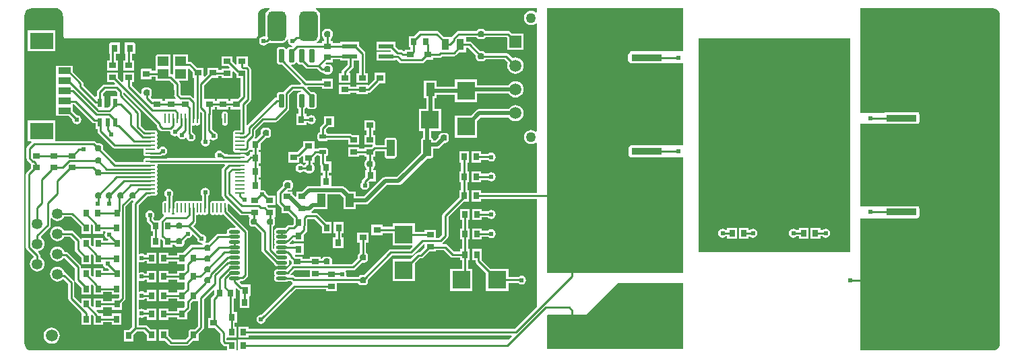
<source format=gbr>
%TF.GenerationSoftware,Altium Limited,Altium Designer,20.1.14 (287)*%
G04 Layer_Physical_Order=1*
G04 Layer_Color=255*
%FSLAX26Y26*%
%MOIN*%
%TF.SameCoordinates,99935E59-988C-4C8E-A83C-0B030DBE8EB2*%
%TF.FilePolarity,Positive*%
%TF.FileFunction,Copper,L1,Top,Signal*%
%TF.Part,Single*%
G01*
G75*
%TA.AperFunction,SMDPad,CuDef*%
%ADD10R,0.150000X0.036000*%
%ADD11R,0.310000X0.424000*%
%ADD12R,0.027559X0.035433*%
%ADD13R,0.090551X0.090551*%
%ADD14R,0.038268X0.031575*%
%ADD15R,0.035433X0.027559*%
%ADD16R,0.090551X0.090551*%
G04:AMPARAMS|DCode=17|XSize=39.37mil|YSize=80.709mil|CornerRadius=1.968mil|HoleSize=0mil|Usage=FLASHONLY|Rotation=0.000|XOffset=0mil|YOffset=0mil|HoleType=Round|Shape=RoundedRectangle|*
%AMROUNDEDRECTD17*
21,1,0.039370,0.076772,0,0,0.0*
21,1,0.035433,0.080709,0,0,0.0*
1,1,0.003937,0.017717,-0.038386*
1,1,0.003937,-0.017717,-0.038386*
1,1,0.003937,-0.017717,0.038386*
1,1,0.003937,0.017717,0.038386*
%
%ADD17ROUNDEDRECTD17*%
%TA.AperFunction,TestPad*%
G04:AMPARAMS|DCode=18|XSize=30mil|YSize=30mil|CornerRadius=7.5mil|HoleSize=0mil|Usage=FLASHONLY|Rotation=90.000|XOffset=0mil|YOffset=0mil|HoleType=Round|Shape=RoundedRectangle|*
%AMROUNDEDRECTD18*
21,1,0.030000,0.015000,0,0,90.0*
21,1,0.015000,0.030000,0,0,90.0*
1,1,0.015000,0.007500,0.007500*
1,1,0.015000,0.007500,-0.007500*
1,1,0.015000,-0.007500,-0.007500*
1,1,0.015000,-0.007500,0.007500*
%
%ADD18ROUNDEDRECTD18*%
%TA.AperFunction,SMDPad,CuDef*%
%ADD19R,0.031496X0.035433*%
%ADD20R,0.035433X0.031496*%
G04:AMPARAMS|DCode=21|XSize=25.591mil|YSize=64.961mil|CornerRadius=1.919mil|HoleSize=0mil|Usage=FLASHONLY|Rotation=180.000|XOffset=0mil|YOffset=0mil|HoleType=Round|Shape=RoundedRectangle|*
%AMROUNDEDRECTD21*
21,1,0.025591,0.061122,0,0,180.0*
21,1,0.021752,0.064961,0,0,180.0*
1,1,0.003839,-0.010876,0.030561*
1,1,0.003839,0.010876,0.030561*
1,1,0.003839,0.010876,-0.030561*
1,1,0.003839,-0.010876,-0.030561*
%
%ADD21ROUNDEDRECTD21*%
%ADD22R,0.023622X0.043307*%
G04:AMPARAMS|DCode=23|XSize=9.842mil|YSize=49.213mil|CornerRadius=1.968mil|HoleSize=0mil|Usage=FLASHONLY|Rotation=180.000|XOffset=0mil|YOffset=0mil|HoleType=Round|Shape=RoundedRectangle|*
%AMROUNDEDRECTD23*
21,1,0.009842,0.045276,0,0,180.0*
21,1,0.005906,0.049213,0,0,180.0*
1,1,0.003937,-0.002953,0.022638*
1,1,0.003937,0.002953,0.022638*
1,1,0.003937,0.002953,-0.022638*
1,1,0.003937,-0.002953,-0.022638*
%
%ADD23ROUNDEDRECTD23*%
G04:AMPARAMS|DCode=24|XSize=9.842mil|YSize=49.213mil|CornerRadius=1.968mil|HoleSize=0mil|Usage=FLASHONLY|Rotation=90.000|XOffset=0mil|YOffset=0mil|HoleType=Round|Shape=RoundedRectangle|*
%AMROUNDEDRECTD24*
21,1,0.009842,0.045276,0,0,90.0*
21,1,0.005906,0.049213,0,0,90.0*
1,1,0.003937,0.022638,0.002953*
1,1,0.003937,0.022638,-0.002953*
1,1,0.003937,-0.022638,-0.002953*
1,1,0.003937,-0.022638,0.002953*
%
%ADD24ROUNDEDRECTD24*%
%ADD25R,0.043307X0.066929*%
%ADD26R,0.039000X0.065000*%
%TA.AperFunction,TestPad*%
G04:AMPARAMS|DCode=27|XSize=30mil|YSize=30mil|CornerRadius=7.5mil|HoleSize=0mil|Usage=FLASHONLY|Rotation=0.000|XOffset=0mil|YOffset=0mil|HoleType=Round|Shape=RoundedRectangle|*
%AMROUNDEDRECTD27*
21,1,0.030000,0.015000,0,0,0.0*
21,1,0.015000,0.030000,0,0,0.0*
1,1,0.015000,0.007500,-0.007500*
1,1,0.015000,-0.007500,-0.007500*
1,1,0.015000,-0.007500,0.007500*
1,1,0.015000,0.007500,0.007500*
%
%ADD27ROUNDEDRECTD27*%
%TA.AperFunction,SMDPad,CuDef*%
%ADD28R,0.072835X0.023622*%
%ADD29R,0.035433X0.055118*%
%ADD30R,0.035433X0.055118*%
G04:AMPARAMS|DCode=31|XSize=21.654mil|YSize=31.496mil|CornerRadius=1.949mil|HoleSize=0mil|Usage=FLASHONLY|Rotation=90.000|XOffset=0mil|YOffset=0mil|HoleType=Round|Shape=RoundedRectangle|*
%AMROUNDEDRECTD31*
21,1,0.021654,0.027599,0,0,90.0*
21,1,0.017756,0.031496,0,0,90.0*
1,1,0.003898,0.013799,0.008878*
1,1,0.003898,0.013799,-0.008878*
1,1,0.003898,-0.013799,-0.008878*
1,1,0.003898,-0.013799,0.008878*
%
%ADD31ROUNDEDRECTD31*%
G04:AMPARAMS|DCode=32|XSize=127.953mil|YSize=80.709mil|CornerRadius=2.018mil|HoleSize=0mil|Usage=FLASHONLY|Rotation=0.000|XOffset=0mil|YOffset=0mil|HoleType=Round|Shape=RoundedRectangle|*
%AMROUNDEDRECTD32*
21,1,0.127953,0.076673,0,0,0.0*
21,1,0.123917,0.080709,0,0,0.0*
1,1,0.004035,0.061959,-0.038337*
1,1,0.004035,-0.061959,-0.038337*
1,1,0.004035,-0.061959,0.038337*
1,1,0.004035,0.061959,0.038337*
%
%ADD32ROUNDEDRECTD32*%
%ADD33O,0.055118X0.017716*%
%ADD34R,0.062992X0.031890*%
%ADD35R,0.217000X0.106000*%
%ADD36R,0.055118X0.045276*%
%TA.AperFunction,TestPad*%
G04:AMPARAMS|DCode=37|XSize=90.551mil|YSize=149.606mil|CornerRadius=22.638mil|HoleSize=0mil|Usage=FLASHONLY|Rotation=0.000|XOffset=0mil|YOffset=0mil|HoleType=Round|Shape=RoundedRectangle|*
%AMROUNDEDRECTD37*
21,1,0.090551,0.104331,0,0,0.0*
21,1,0.045276,0.149606,0,0,0.0*
1,1,0.045276,0.022638,-0.052165*
1,1,0.045276,-0.022638,-0.052165*
1,1,0.045276,-0.022638,0.052165*
1,1,0.045276,0.022638,0.052165*
%
%ADD37ROUNDEDRECTD37*%
%TA.AperFunction,SMDPad,CuDef*%
%ADD38R,0.118110X0.082677*%
%TA.AperFunction,Conductor*%
%ADD39C,0.010000*%
%ADD40C,0.020000*%
%TA.AperFunction,ViaPad*%
%ADD41C,0.024000*%
%TA.AperFunction,ComponentPad*%
%ADD42C,0.062992*%
%ADD43C,0.059843*%
%ADD44R,0.059843X0.059843*%
%ADD45C,0.053150*%
%ADD46R,0.053150X0.053150*%
%ADD47C,0.050000*%
%ADD48C,0.059055*%
%TA.AperFunction,ViaPad*%
%ADD49C,0.028000*%
G36*
X180614Y1712176D02*
X188881Y1708751D01*
X195981Y1703304D01*
X201428Y1696204D01*
X204853Y1687937D01*
X205412Y1683691D01*
X205946Y1678917D01*
X205933Y1678851D01*
X206103Y1677994D01*
X206531Y1674141D01*
X206517Y1580001D01*
X206517Y1580000D01*
X206517Y1579999D01*
X206517Y1578295D01*
X207680Y1572442D01*
X210995Y1567480D01*
X215956Y1564164D01*
X221809Y1562999D01*
X227662Y1564162D01*
X228476Y1564706D01*
X1148470Y1564706D01*
X1149282Y1564163D01*
X1155135Y1562999D01*
X1160988Y1564163D01*
X1165949Y1567479D01*
X1169265Y1572440D01*
X1170429Y1578293D01*
Y1673123D01*
X1170804Y1677166D01*
X1170944Y1677866D01*
X1170931Y1677932D01*
X1171465Y1682706D01*
X1172024Y1686952D01*
X1175448Y1695219D01*
X1180896Y1702319D01*
X1187995Y1707766D01*
X1196263Y1711190D01*
X1204931Y1712332D01*
X1205237Y1712271D01*
X1227605D01*
X1228599Y1707271D01*
X1224745Y1705674D01*
X1217927Y1700443D01*
X1212696Y1693625D01*
X1209407Y1685686D01*
X1208285Y1677165D01*
Y1576430D01*
X1203575Y1572334D01*
X1203363Y1572312D01*
X1198852Y1573209D01*
X1190268Y1571502D01*
X1182991Y1566639D01*
X1178128Y1559362D01*
X1176421Y1550778D01*
X1178128Y1542194D01*
X1182991Y1534917D01*
X1190268Y1530054D01*
X1198852Y1528347D01*
X1207436Y1530054D01*
X1214713Y1534917D01*
X1215371Y1535903D01*
X1219119Y1536648D01*
X1224081Y1539964D01*
X1227360Y1543243D01*
X1232685Y1541037D01*
X1241205Y1539915D01*
X1286480D01*
X1295001Y1541037D01*
X1302940Y1544326D01*
X1309758Y1549557D01*
X1314989Y1556375D01*
X1315454Y1557497D01*
X1320262Y1556039D01*
X1319216Y1550778D01*
X1320923Y1542194D01*
X1325786Y1534917D01*
X1333063Y1530054D01*
X1339335Y1528807D01*
X1340857Y1524348D01*
X1337658Y1520493D01*
X1325817D01*
X1321166Y1519568D01*
X1317224Y1516934D01*
X1314589Y1512991D01*
X1314242Y1511245D01*
X1309144D01*
X1308797Y1512991D01*
X1306162Y1516934D01*
X1302220Y1519568D01*
X1297569Y1520493D01*
X1275817D01*
X1271166Y1519568D01*
X1267224Y1516934D01*
X1264589Y1512991D01*
X1263664Y1508341D01*
Y1447218D01*
X1264589Y1442568D01*
X1267224Y1438625D01*
X1271166Y1435991D01*
X1275817Y1435066D01*
X1288093D01*
X1383245Y1339913D01*
X1381332Y1335294D01*
X1341647D01*
X1335794Y1334130D01*
X1330832Y1330814D01*
X1299674Y1299656D01*
X1298481Y1297871D01*
X1297569Y1298052D01*
X1275817D01*
X1271166Y1297127D01*
X1267224Y1294493D01*
X1264589Y1290550D01*
X1263664Y1285900D01*
Y1270597D01*
X1257990Y1269468D01*
X1253028Y1266153D01*
X1119388Y1132513D01*
X1114388Y1134584D01*
Y1232381D01*
X1132357Y1250350D01*
X1135672Y1255311D01*
X1136836Y1261164D01*
Y1409132D01*
X1135672Y1414985D01*
X1132357Y1419947D01*
X1125913Y1426390D01*
X1120952Y1429706D01*
X1120543Y1429787D01*
Y1473631D01*
X1065110D01*
Y1434667D01*
X1060490Y1432753D01*
X1045543Y1447701D01*
Y1473631D01*
X990110D01*
Y1426072D01*
X1023914D01*
X1030791Y1419195D01*
X1028877Y1414576D01*
X990110D01*
Y1406090D01*
X975716D01*
Y1418189D01*
X920283D01*
Y1388322D01*
X907336Y1375374D01*
X902716Y1377288D01*
Y1418189D01*
X868912D01*
X861498Y1425603D01*
X860972Y1426390D01*
X843389Y1443973D01*
X838428Y1447288D01*
X832575Y1448452D01*
X825385D01*
Y1483434D01*
X750267D01*
Y1418159D01*
Y1387759D01*
X745267Y1385086D01*
X743779Y1386080D01*
X738771Y1387076D01*
Y1418159D01*
Y1483434D01*
X663653D01*
Y1418159D01*
Y1403098D01*
X645542D01*
Y1413071D01*
X590109D01*
Y1361575D01*
X645542D01*
Y1372510D01*
X663653D01*
Y1355166D01*
X733082D01*
X756123Y1332125D01*
Y1282121D01*
X757288Y1276268D01*
X760603Y1271306D01*
X763720Y1268189D01*
X761649Y1263189D01*
X712283D01*
Y1252735D01*
X697716D01*
Y1263189D01*
X646663D01*
X639605Y1270247D01*
X639911Y1273353D01*
X643779Y1279142D01*
X645137Y1285970D01*
Y1300970D01*
X643779Y1307798D01*
X639911Y1313587D01*
X634122Y1317455D01*
X627294Y1318813D01*
X612294D01*
X605466Y1317455D01*
X599678Y1313587D01*
X595810Y1307798D01*
X594452Y1300970D01*
Y1289616D01*
X589452Y1287545D01*
X546664Y1330332D01*
Y1346269D01*
X559087D01*
Y1393828D01*
X503654D01*
Y1350850D01*
X498654Y1348778D01*
X479504Y1367928D01*
Y1393858D01*
X424071D01*
Y1346299D01*
X457875D01*
X464261Y1339913D01*
X462348Y1335294D01*
X411596D01*
X405743Y1334130D01*
X400782Y1330814D01*
X378312Y1308345D01*
X374997Y1303383D01*
X373832Y1297530D01*
Y1275866D01*
X367315D01*
Y1275866D01*
X363260Y1274186D01*
X307114Y1330332D01*
Y1340149D01*
X305950Y1346001D01*
X302634Y1350963D01*
X255669Y1397928D01*
Y1428189D01*
X172677D01*
Y1376299D01*
Y1327087D01*
Y1277874D01*
Y1228661D01*
Y1179449D01*
X234041D01*
X252722Y1160768D01*
X252569Y1160000D01*
X254276Y1151416D01*
X259139Y1144139D01*
X266416Y1139276D01*
X275000Y1137569D01*
X283584Y1139276D01*
X290861Y1144139D01*
X295724Y1151416D01*
X297431Y1160000D01*
X295724Y1168584D01*
X290861Y1175861D01*
X283584Y1180724D01*
X275000Y1182431D01*
X274429Y1182318D01*
X255669Y1201078D01*
Y1235515D01*
X262872D01*
X350558Y1147829D01*
X355520Y1144514D01*
X361372Y1143350D01*
X367315D01*
Y1114134D01*
X377630D01*
Y1102289D01*
X378794Y1096437D01*
X382109Y1091475D01*
X450816Y1022768D01*
X455777Y1019453D01*
X461630Y1018289D01*
X602522D01*
X603702Y1016850D01*
Y1010945D01*
X604631Y1006275D01*
X606115Y1004055D01*
X604631Y1001835D01*
X603702Y997165D01*
Y991260D01*
X604631Y986590D01*
X607277Y982631D01*
X611236Y979986D01*
X615905Y979057D01*
X637848D01*
X638543Y978919D01*
X685424D01*
X691277Y980083D01*
X696145Y983336D01*
X700000Y982569D01*
X708584Y984277D01*
X715861Y989139D01*
X720723Y996416D01*
X722431Y1005000D01*
X720723Y1013584D01*
X715861Y1020861D01*
X708584Y1025724D01*
X700000Y1027431D01*
X691416Y1025724D01*
X684139Y1020861D01*
X679277Y1013584D01*
X678832Y1011351D01*
X678384Y1011294D01*
X673384Y1015694D01*
Y1016850D01*
X672455Y1021520D01*
X670972Y1023740D01*
X672455Y1025960D01*
X673384Y1030630D01*
Y1036535D01*
X672455Y1041205D01*
X670972Y1043425D01*
X672455Y1045645D01*
X673384Y1050315D01*
Y1056220D01*
X672455Y1060890D01*
X670972Y1063110D01*
X672455Y1065330D01*
X673384Y1070000D01*
Y1075905D01*
X672455Y1080575D01*
X670972Y1082795D01*
X672455Y1085015D01*
X673384Y1089685D01*
Y1095591D01*
X672455Y1100260D01*
X669810Y1104219D01*
X665851Y1106865D01*
X661181Y1107793D01*
X639555D01*
X638465Y1108010D01*
X613618D01*
X590294Y1131335D01*
Y1195000D01*
X589130Y1200853D01*
X585814Y1205814D01*
X505294Y1286335D01*
Y1292348D01*
X509913Y1294261D01*
X670130Y1134044D01*
Y1129134D01*
X671294Y1123281D01*
X674610Y1118319D01*
X685830Y1107099D01*
X690792Y1103784D01*
X696644Y1102620D01*
X733403D01*
X737980Y1100000D01*
X739687Y1091416D01*
X744549Y1084139D01*
X751827Y1079276D01*
X760410Y1077569D01*
X768995Y1079276D01*
X770234Y1080104D01*
X774853Y1078191D01*
X775255Y1076171D01*
X780117Y1068894D01*
X787394Y1064032D01*
X795978Y1062324D01*
X804562Y1064032D01*
X811839Y1068894D01*
X813262Y1071024D01*
X818570Y1069968D01*
X819277Y1066416D01*
X824139Y1059139D01*
X831416Y1054276D01*
X840000Y1052569D01*
X848584Y1054276D01*
X855861Y1059139D01*
X860723Y1066416D01*
X862431Y1075000D01*
X860723Y1083584D01*
X855861Y1090861D01*
X848584Y1095724D01*
X845789Y1096280D01*
Y1130454D01*
X847205Y1131616D01*
X853110D01*
X857780Y1132545D01*
X860000Y1134028D01*
X862220Y1132545D01*
X866890Y1131616D01*
X872795D01*
X877465Y1132545D01*
X881424Y1135190D01*
X884069Y1139149D01*
X884998Y1143819D01*
Y1165762D01*
X885136Y1166457D01*
Y1196636D01*
X889756Y1198550D01*
X893919Y1194387D01*
Y1166457D01*
Y1062758D01*
X890820Y1058121D01*
X889112Y1049537D01*
X890820Y1040953D01*
X895682Y1033676D01*
X902959Y1028813D01*
X911543Y1027106D01*
X920127Y1028813D01*
X927404Y1033676D01*
X932267Y1040953D01*
X933974Y1049537D01*
X932267Y1058121D01*
X930346Y1060995D01*
X934139Y1064017D01*
X941416Y1059154D01*
X950000Y1057447D01*
X958584Y1059154D01*
X965861Y1064017D01*
X970723Y1071294D01*
X972431Y1079878D01*
X970723Y1088462D01*
X965861Y1095739D01*
X958584Y1100601D01*
X955087Y1101297D01*
X944192Y1112193D01*
Y1166457D01*
Y1181545D01*
X945294Y1187087D01*
Y1211693D01*
X957716D01*
Y1222147D01*
X969283D01*
Y1211693D01*
X1024716D01*
Y1222147D01*
X1036283D01*
Y1211693D01*
X1083801D01*
Y1107932D01*
X1081457D01*
X1080762Y1107793D01*
X1058819D01*
X1054149Y1106865D01*
X1050190Y1104219D01*
X1047545Y1100260D01*
X1046616Y1095591D01*
Y1089685D01*
X1047545Y1085015D01*
X1049028Y1082795D01*
X1047545Y1080575D01*
X1046616Y1075905D01*
Y1070000D01*
X1047545Y1065330D01*
X1049028Y1063110D01*
X1047545Y1060890D01*
X1046616Y1056220D01*
Y1050315D01*
X1047545Y1045645D01*
X1049028Y1043425D01*
X1047545Y1041205D01*
X1046616Y1036535D01*
Y1030630D01*
X1047545Y1025960D01*
X1049028Y1023740D01*
X1047545Y1021520D01*
X1046616Y1016850D01*
Y1010945D01*
X1047545Y1006275D01*
X1050190Y1002316D01*
X1054149Y999671D01*
X1058819Y998742D01*
X1080762D01*
X1081457Y998604D01*
X1081852Y998682D01*
X1112007D01*
X1117860Y999847D01*
X1122822Y1003162D01*
X1128580Y1008920D01*
X1132982Y1010363D01*
X1132982Y1010363D01*
Y1010363D01*
X1132982Y1010364D01*
X1143436D01*
Y999213D01*
X1132982D01*
Y987270D01*
X1129646Y986606D01*
X1124685Y983291D01*
X1120977Y979583D01*
X1115552Y981229D01*
X1115369Y982150D01*
X1112723Y986109D01*
X1108764Y988754D01*
X1104094Y989683D01*
X1082468D01*
X1081378Y989900D01*
X1061549D01*
X1059570Y990294D01*
X1006966D01*
X1001445Y995814D01*
X997449Y998485D01*
X995861Y1000861D01*
X988584Y1005723D01*
X980000Y1007431D01*
X971416Y1005723D01*
X964139Y1000861D01*
X959277Y993584D01*
X957569Y985000D01*
X959277Y976416D01*
X960526Y974546D01*
X958169Y970136D01*
X638543D01*
X637848Y969998D01*
X615905D01*
X611236Y969069D01*
X607277Y966424D01*
X604631Y962465D01*
X603702Y957795D01*
Y951890D01*
X602522Y950451D01*
X467965D01*
X462602Y955814D01*
X462601Y955815D01*
X405153Y1013263D01*
Y1024477D01*
X403795Y1031305D01*
X399927Y1037094D01*
X394138Y1040962D01*
X387310Y1042320D01*
X376096D01*
X367602Y1050814D01*
X362640Y1054130D01*
X356787Y1055294D01*
X169055D01*
Y1156339D01*
X30945D01*
Y1053661D01*
X48710D01*
X50781Y1048661D01*
X29713Y1027593D01*
X26398Y1022631D01*
X25233Y1016779D01*
Y969690D01*
X26398Y963837D01*
X29713Y958875D01*
X45003Y943585D01*
X47418Y941971D01*
Y920929D01*
X26745Y900255D01*
X23429Y895294D01*
X22265Y889441D01*
Y527897D01*
X23429Y522045D01*
X26745Y517083D01*
X61156Y482672D01*
X60753Y477834D01*
X60218Y476705D01*
X53048Y471204D01*
X47186Y463563D01*
X43501Y454666D01*
X42243Y445118D01*
X43501Y435570D01*
X47186Y426673D01*
X53048Y419033D01*
X60689Y413170D01*
X69586Y409485D01*
X79134Y408228D01*
X88682Y409485D01*
X97579Y413170D01*
X105219Y419033D01*
X111082Y426673D01*
X114767Y435570D01*
X116024Y445118D01*
X114767Y454666D01*
X111082Y463563D01*
X105219Y471204D01*
X97579Y477066D01*
X94057Y478525D01*
Y486693D01*
X92893Y492546D01*
X89578Y497507D01*
X83346Y503739D01*
X85138Y509018D01*
X88682Y509485D01*
X97579Y513170D01*
X105219Y519033D01*
X111082Y526673D01*
X114767Y535570D01*
X116024Y545118D01*
X114767Y554666D01*
X111082Y563563D01*
X105219Y571204D01*
X98050Y576705D01*
X97515Y577834D01*
X97112Y582672D01*
X140814Y626374D01*
X144130Y631336D01*
X145294Y637189D01*
Y670925D01*
X150294Y672622D01*
X153048Y669033D01*
X160689Y663170D01*
X169586Y659485D01*
X179134Y658228D01*
X188682Y659485D01*
X197579Y663170D01*
X205219Y669033D01*
X211082Y676673D01*
X212387Y679824D01*
X246011D01*
X296668Y629167D01*
Y595363D01*
X344227D01*
Y640281D01*
X348847Y642194D01*
X355429Y635612D01*
Y631859D01*
X355723Y630381D01*
Y595363D01*
X403282D01*
Y607785D01*
X414411D01*
X417084Y602785D01*
X414276Y598584D01*
X412569Y590000D01*
X414276Y581416D01*
X419139Y574139D01*
X426416Y569277D01*
X430163Y568531D01*
X431461Y566453D01*
X428688Y561453D01*
X405150D01*
Y573876D01*
X357591D01*
Y535109D01*
X352971Y533195D01*
X346095Y540072D01*
Y573876D01*
X298536D01*
Y569068D01*
X297954Y568838D01*
X293536Y568236D01*
X290826Y572291D01*
X257303Y605814D01*
X252341Y609130D01*
X246488Y610294D01*
X212436D01*
X211082Y613563D01*
X205219Y621204D01*
X197579Y627066D01*
X188682Y630751D01*
X179134Y632009D01*
X169586Y630751D01*
X160689Y627066D01*
X153048Y621204D01*
X147186Y613563D01*
X143500Y604666D01*
X142244Y595118D01*
X143500Y585570D01*
X147186Y576673D01*
X153048Y569033D01*
X160689Y563170D01*
X169586Y559485D01*
X179134Y558228D01*
X188682Y559485D01*
X197579Y563170D01*
X205219Y569033D01*
X211082Y576673D01*
X212338Y579706D01*
X240153D01*
X264718Y555141D01*
Y517400D01*
X265882Y511547D01*
X269197Y506585D01*
X298536Y477247D01*
Y443443D01*
X346095D01*
Y490281D01*
X350714Y492195D01*
X357297Y485612D01*
Y479939D01*
X357591Y478461D01*
Y443443D01*
X404504D01*
X405804Y436904D01*
X410667Y429627D01*
X417944Y424765D01*
X426528Y423058D01*
X427132Y423178D01*
X434238Y416073D01*
X432324Y411453D01*
X404677D01*
Y423876D01*
X357118D01*
Y385108D01*
X352499Y383195D01*
X345622Y390072D01*
Y423876D01*
X298063D01*
X295306Y427734D01*
Y430715D01*
X294142Y436568D01*
X290826Y441529D01*
X231523Y500832D01*
X226561Y504148D01*
X220709Y505312D01*
X214500D01*
X211082Y513563D01*
X205219Y521204D01*
X197579Y527066D01*
X188682Y530751D01*
X179134Y532009D01*
X169586Y530751D01*
X160689Y527066D01*
X153048Y521204D01*
X147186Y513563D01*
X143500Y504666D01*
X142244Y495118D01*
X143500Y485570D01*
X147186Y476673D01*
X153048Y469033D01*
X160689Y463170D01*
X169586Y459485D01*
X179134Y458228D01*
X188682Y459485D01*
X197579Y463170D01*
X205219Y469033D01*
X209587Y474724D01*
X214374D01*
X264718Y424380D01*
Y366927D01*
X265882Y361074D01*
X269197Y356113D01*
X298063Y327247D01*
Y293443D01*
X345622D01*
Y340281D01*
X350241Y342195D01*
X356824Y335612D01*
Y329939D01*
X357118Y328461D01*
Y293443D01*
X404677D01*
Y305865D01*
X448063D01*
Y293443D01*
X485265D01*
Y281211D01*
X477930Y273876D01*
X448063D01*
Y261453D01*
X404677D01*
Y273876D01*
X357118D01*
Y235108D01*
X352499Y233195D01*
X345622Y240072D01*
Y273876D01*
X298063D01*
Y251048D01*
X293444Y249135D01*
X262668Y279911D01*
Y352627D01*
X261503Y358480D01*
X258188Y363441D01*
X222220Y399409D01*
X217259Y402724D01*
X214963Y403181D01*
X214767Y404666D01*
X211082Y413563D01*
X205219Y421204D01*
X197579Y427066D01*
X188682Y430752D01*
X179134Y432009D01*
X169586Y430752D01*
X160689Y427066D01*
X153048Y421204D01*
X147186Y413563D01*
X143500Y404666D01*
X142244Y395118D01*
X143500Y385570D01*
X147186Y376673D01*
X153048Y369033D01*
X160689Y363170D01*
X169586Y359485D01*
X179134Y358228D01*
X188682Y359485D01*
X197579Y363170D01*
X205219Y369033D01*
X209086Y369286D01*
X232080Y346292D01*
Y273576D01*
X233244Y267723D01*
X236559Y262761D01*
X296154Y203167D01*
X298063Y198876D01*
X298063D01*
X298063Y198876D01*
Y143443D01*
X345622D01*
Y190281D01*
X350241Y192195D01*
X356824Y185612D01*
Y179939D01*
X357118Y178461D01*
Y143443D01*
X404677D01*
Y155865D01*
X448063D01*
Y143443D01*
X495622D01*
Y198876D01*
X448063D01*
Y186453D01*
X404677D01*
Y198876D01*
X385529D01*
X382933Y202761D01*
X371870Y213823D01*
X373784Y218443D01*
X404677D01*
Y230865D01*
X448063D01*
Y218443D01*
X499559D01*
Y252247D01*
X511374Y264062D01*
X514689Y269023D01*
X515853Y274876D01*
Y729224D01*
X546286Y759657D01*
X552611D01*
X554682Y754657D01*
X554186Y754161D01*
X550870Y749199D01*
X549706Y743346D01*
Y132564D01*
X533859Y116717D01*
X507929D01*
Y61284D01*
X555488D01*
Y95088D01*
X571335Y110935D01*
X606203D01*
X621828Y95310D01*
Y65443D01*
X669387D01*
Y120876D01*
X639520D01*
X623352Y137043D01*
X618391Y140358D01*
X612538Y141523D01*
X580294D01*
Y178654D01*
X584704Y181011D01*
X586416Y179867D01*
X595000Y178160D01*
X603584Y179867D01*
X610861Y184730D01*
X611240Y185297D01*
X621963D01*
Y168562D01*
X669522D01*
Y223995D01*
X621963D01*
Y215885D01*
X611240D01*
X610861Y216452D01*
X603584Y221314D01*
X595000Y223022D01*
X586416Y221314D01*
X584704Y220170D01*
X580294Y222527D01*
Y266193D01*
X584704Y268550D01*
X586416Y267406D01*
X595000Y265698D01*
X603584Y267406D01*
X610861Y272268D01*
X611240Y272835D01*
X621963D01*
Y260413D01*
X669522D01*
Y315846D01*
X621963D01*
Y303423D01*
X611240D01*
X610861Y303990D01*
X603584Y308853D01*
X595000Y310560D01*
X586416Y308853D01*
X584704Y307708D01*
X580294Y310065D01*
Y360405D01*
X584704Y362762D01*
X586416Y361618D01*
X595000Y359911D01*
X603584Y361618D01*
X610861Y366480D01*
X611240Y367048D01*
X621963D01*
Y354625D01*
X669522D01*
Y410058D01*
X621963D01*
Y397635D01*
X611240D01*
X610861Y398203D01*
X603584Y403065D01*
X595000Y404772D01*
X586416Y403065D01*
X584704Y401921D01*
X580294Y404278D01*
Y453160D01*
X584704Y455517D01*
X586416Y454373D01*
X595000Y452665D01*
X603584Y454373D01*
X610861Y459235D01*
X611240Y459803D01*
X621963D01*
Y445649D01*
X669522D01*
Y501082D01*
X621963D01*
Y490390D01*
X611240D01*
X610861Y490957D01*
X603584Y495820D01*
X595000Y497527D01*
X586416Y495820D01*
X584704Y494676D01*
X580294Y497033D01*
Y737012D01*
X625351Y782068D01*
X638543D01*
X639238Y782207D01*
X661181D01*
X665851Y783135D01*
X669810Y785781D01*
X672455Y789740D01*
X673384Y794409D01*
Y800315D01*
X672455Y804985D01*
X670972Y807205D01*
X672455Y809425D01*
X673384Y814095D01*
Y820000D01*
X672455Y824670D01*
X670972Y826890D01*
X672455Y829110D01*
X673384Y833780D01*
Y839685D01*
X672455Y844355D01*
X670972Y846575D01*
X672455Y848795D01*
X673384Y853465D01*
Y859370D01*
X672455Y864040D01*
X670972Y866260D01*
X672455Y868480D01*
X673384Y873150D01*
Y879055D01*
X672455Y883725D01*
X670972Y885945D01*
X672455Y888165D01*
X673384Y892835D01*
Y898740D01*
X672455Y903410D01*
X670972Y905630D01*
X672455Y907850D01*
X673384Y912520D01*
Y918425D01*
X672455Y923095D01*
X670972Y925315D01*
X672455Y927535D01*
X673384Y932205D01*
Y938110D01*
X674565Y939549D01*
X1004725D01*
X1006638Y934929D01*
X996823Y925115D01*
X993508Y920153D01*
X992344Y914300D01*
Y785000D01*
X993508Y779147D01*
X996823Y774186D01*
X1007625Y763384D01*
X1005554Y758384D01*
X1004685D01*
X1000015Y757455D01*
X997795Y755972D01*
X995575Y757455D01*
X990905Y758384D01*
X985000D01*
X980330Y757455D01*
X978110Y755972D01*
X975890Y757455D01*
X971220Y758384D01*
X965315D01*
X960645Y757455D01*
X958425Y755972D01*
X956205Y757455D01*
X951535Y758384D01*
X945630D01*
X940960Y757455D01*
X937001Y754810D01*
X934356Y750851D01*
X933427Y746181D01*
Y700905D01*
X934356Y696236D01*
X937001Y692277D01*
X940960Y689631D01*
X945630Y688702D01*
X951535D01*
X956205Y689631D01*
X958425Y691115D01*
X960645Y689631D01*
X965315Y688702D01*
X971220D01*
X975890Y689631D01*
X978110Y691115D01*
X980330Y689631D01*
X985000Y688702D01*
X990905D01*
X995575Y689631D01*
X997795Y691115D01*
X1000015Y689631D01*
X1000487Y689538D01*
X1061002Y629023D01*
X1059088Y624403D01*
X1037244D01*
X1029886Y622940D01*
X1023648Y618772D01*
X1019480Y612534D01*
X1018016Y605176D01*
X1019029Y600087D01*
X1015749Y595087D01*
X974793D01*
X968940Y593923D01*
X963978Y590607D01*
X923714Y550343D01*
X912500D01*
X911458Y550136D01*
X909787Y552458D01*
X908980Y554740D01*
X913440Y561416D01*
X915147Y570000D01*
X913440Y578584D01*
X908577Y585861D01*
X901300Y590723D01*
X892716Y592431D01*
X892047Y592298D01*
X850007Y634338D01*
X860972Y645303D01*
X864287Y650265D01*
X865451Y656118D01*
Y687522D01*
X866890Y688702D01*
X872795D01*
X877465Y689631D01*
X879685Y691115D01*
X881905Y689631D01*
X886575Y688702D01*
X892480D01*
X897150Y689631D01*
X899370Y691115D01*
X901590Y689631D01*
X906260Y688702D01*
X912165D01*
X916835Y689631D01*
X920794Y692277D01*
X923439Y696236D01*
X924368Y700905D01*
Y722848D01*
X924506Y723543D01*
Y783234D01*
X925861Y784139D01*
X930723Y791416D01*
X932431Y800000D01*
X930723Y808584D01*
X925861Y815861D01*
X918584Y820723D01*
X910000Y822431D01*
X901416Y820723D01*
X894139Y815861D01*
X889277Y808584D01*
X887569Y800000D01*
X889277Y791416D01*
X893919Y784468D01*
Y759565D01*
X892480Y758384D01*
X886575D01*
X881905Y757455D01*
X879685Y755972D01*
X877465Y757455D01*
X872795Y758384D01*
X866890D01*
X862220Y757455D01*
X860000Y755972D01*
X857780Y757455D01*
X853110Y758384D01*
X847205D01*
X842535Y757455D01*
X840315Y755972D01*
X838095Y757455D01*
X833425Y758384D01*
X827520D01*
X822850Y757455D01*
X820630Y755972D01*
X818410Y757455D01*
X813740Y758384D01*
X807835D01*
X803165Y757455D01*
X800945Y755972D01*
X798725Y757455D01*
X794055Y758384D01*
X788150D01*
X783480Y757455D01*
X781260Y755972D01*
X779040Y757455D01*
X774370Y758384D01*
X768465D01*
X763795Y757455D01*
X759836Y754810D01*
X757191Y750851D01*
X756262Y746181D01*
Y700905D01*
X757191Y696236D01*
X758734Y693926D01*
X756550Y688957D01*
X756519Y688926D01*
X746945D01*
X746914Y688957D01*
X744730Y693926D01*
X746274Y696236D01*
X747203Y700905D01*
Y722848D01*
X747341Y723543D01*
Y781354D01*
X750723Y786416D01*
X752431Y795000D01*
X750723Y803584D01*
X745861Y810861D01*
X738584Y815723D01*
X730000Y817431D01*
X721416Y815723D01*
X714139Y810861D01*
X709277Y803584D01*
X707569Y795000D01*
X709277Y786416D01*
X714139Y779139D01*
X716753Y777392D01*
Y759565D01*
X715315Y758384D01*
X709409D01*
X704740Y757455D01*
X700781Y754810D01*
X698135Y750851D01*
X697207Y746181D01*
Y700905D01*
X698135Y696236D01*
X700781Y692277D01*
X704740Y689631D01*
X705793Y684958D01*
X705787Y684325D01*
X688888Y667426D01*
X685573Y662464D01*
X685491Y662055D01*
X659339D01*
X653481Y667913D01*
X652689Y672732D01*
X657551Y680009D01*
X659259Y688593D01*
X657551Y697177D01*
X652689Y704454D01*
X645412Y709316D01*
X636828Y711024D01*
X628244Y709316D01*
X620967Y704454D01*
X616104Y697177D01*
X614397Y688593D01*
X616104Y680009D01*
X620967Y672731D01*
X621534Y672352D01*
Y662938D01*
X622698Y657085D01*
X626013Y652123D01*
X641648Y636489D01*
Y606622D01*
X650133D01*
Y583276D01*
X641648D01*
Y527843D01*
X689207D01*
Y565657D01*
X693616Y568014D01*
X694147Y567659D01*
X694825Y567524D01*
X700703Y561647D01*
Y527843D01*
X748262D01*
Y540265D01*
X758078D01*
X761301Y535442D01*
X767089Y531574D01*
X773917Y530216D01*
X788917D01*
X795745Y531574D01*
X801534Y535442D01*
X805402Y541231D01*
X806760Y548059D01*
Y558198D01*
X821561Y572999D01*
X823126Y572687D01*
X831710Y574395D01*
X838987Y579257D01*
X843850Y586534D01*
X844452Y589564D01*
X849878Y591210D01*
X870418Y570669D01*
X870285Y570000D01*
X871993Y561416D01*
X876855Y554139D01*
X884132Y549277D01*
X892716Y547569D01*
X895521Y548127D01*
X898049Y543891D01*
X895807Y540294D01*
X846668D01*
X840816Y539130D01*
X835854Y535814D01*
X800098Y500058D01*
X770230D01*
Y488659D01*
X728577D01*
Y501082D01*
X681018D01*
Y445649D01*
X728577D01*
Y458071D01*
X770230D01*
Y444625D01*
X806008D01*
X807832Y442402D01*
Y417792D01*
X800098Y410058D01*
X770230D01*
Y397635D01*
X728577D01*
Y410058D01*
X681018D01*
Y354625D01*
X728577D01*
Y367048D01*
X770230D01*
Y354625D01*
X806008D01*
X807832Y352402D01*
Y323580D01*
X800098Y315845D01*
X770230D01*
Y303423D01*
X728577D01*
Y315846D01*
X681018D01*
Y260413D01*
X728577D01*
Y272835D01*
X770230D01*
Y260412D01*
X806008D01*
X807832Y258190D01*
Y233226D01*
X800098Y225491D01*
X770230D01*
Y211572D01*
X728577D01*
Y223995D01*
X681018D01*
Y168562D01*
X728577D01*
Y180984D01*
X770230D01*
Y170058D01*
X821726D01*
Y203862D01*
X833940Y216076D01*
X837256Y221038D01*
X838420Y226891D01*
Y251855D01*
X846977Y260412D01*
X874234D01*
Y138297D01*
X856813Y120876D01*
X826946D01*
Y87072D01*
X810168Y70294D01*
X749157D01*
X728442Y91009D01*
Y120876D01*
X680883D01*
Y65443D01*
X710750D01*
X732007Y44185D01*
X736969Y40870D01*
X742822Y39706D01*
X816503D01*
X822356Y40870D01*
X827317Y44186D01*
X848575Y65443D01*
X878442D01*
Y99247D01*
X900342Y121147D01*
X903657Y126109D01*
X904822Y131962D01*
Y269859D01*
X949711Y314748D01*
X954331Y312835D01*
Y292105D01*
X942513Y280287D01*
X939197Y275325D01*
X938033Y269472D01*
Y177924D01*
X924134D01*
Y126428D01*
X957938D01*
X985337Y99029D01*
Y61085D01*
X986501Y55233D01*
X989817Y50271D01*
X998185Y41902D01*
X1003147Y38587D01*
X1008999Y37423D01*
X1016693D01*
Y16257D01*
X55241Y16257D01*
X50729Y16333D01*
X50348Y16408D01*
X50282Y16395D01*
X45509Y16930D01*
X41263Y17488D01*
X32995Y20913D01*
X25896Y26360D01*
X20448Y33460D01*
X17024Y41727D01*
X16465Y45973D01*
X15931Y50747D01*
X15944Y50813D01*
X15798Y51545D01*
X15409Y55548D01*
X15409Y1673130D01*
X15798Y1677134D01*
X15944Y1677866D01*
X15931Y1677932D01*
X16465Y1682706D01*
X17024Y1686952D01*
X20448Y1695219D01*
X25896Y1702319D01*
X32995Y1707766D01*
X41263Y1711190D01*
X45509Y1711749D01*
X50282Y1712284D01*
X50348Y1712271D01*
X50768Y1712354D01*
X55212Y1712494D01*
X171227D01*
X174002Y1713046D01*
X180614Y1712176D01*
D02*
G37*
G36*
X2550000Y1694116D02*
X2545000Y1691650D01*
X2539951Y1695524D01*
X2531437Y1699050D01*
X2522300Y1700253D01*
X2513164Y1699050D01*
X2504649Y1695524D01*
X2497338Y1689914D01*
X2491728Y1682602D01*
X2488201Y1674088D01*
X2486998Y1664951D01*
X2488201Y1655814D01*
X2491728Y1647300D01*
X2497338Y1639989D01*
X2504649Y1634379D01*
X2513164Y1630852D01*
X2522300Y1629649D01*
X2531437Y1630852D01*
X2539951Y1634379D01*
X2545000Y1638253D01*
X2550000Y1635787D01*
Y1103563D01*
X2545000Y1101097D01*
X2539951Y1104971D01*
X2531437Y1108498D01*
X2522300Y1109701D01*
X2513164Y1108498D01*
X2504649Y1104971D01*
X2497338Y1099361D01*
X2491728Y1092050D01*
X2488201Y1083535D01*
X2486998Y1074399D01*
X2488201Y1065262D01*
X2491728Y1056748D01*
X2497338Y1049436D01*
X2504649Y1043826D01*
X2513164Y1040300D01*
X2522300Y1039097D01*
X2531437Y1040300D01*
X2539951Y1043826D01*
X2545000Y1047700D01*
X2550000Y1045234D01*
Y797530D01*
X2274112D01*
Y809953D01*
X2226553D01*
Y754520D01*
X2274112D01*
Y766943D01*
X2550000D01*
Y230944D01*
X2441671Y122615D01*
X1123307D01*
Y135038D01*
X1075748D01*
Y79605D01*
X1123307D01*
Y92028D01*
X2425495D01*
X2427408Y87408D01*
X2410000Y70000D01*
X1070000D01*
Y16257D01*
X1064252D01*
Y67717D01*
X1033171D01*
X1031693Y68011D01*
X1015925D01*
Y74923D01*
X1016693Y79605D01*
X1064252D01*
Y135038D01*
X1055766D01*
Y152222D01*
X1068364D01*
Y207655D01*
X1050491D01*
Y272283D01*
X1060945D01*
Y322399D01*
X1065945Y324470D01*
X1073512Y316902D01*
X1078474Y313587D01*
X1081693Y312947D01*
Y287284D01*
X1081693D01*
Y282716D01*
X1081693D01*
Y227284D01*
X1129252D01*
Y282716D01*
X1129252D01*
X1130297Y287284D01*
X1133189D01*
Y342717D01*
X1098171D01*
X1096693Y343011D01*
X1090662D01*
X1081405Y352267D01*
X1082989Y357755D01*
X1087910Y361043D01*
X1094505D01*
X1100358Y362207D01*
X1105320Y365523D01*
X1118255Y378459D01*
X1121571Y383420D01*
X1122735Y389273D01*
Y604212D01*
X1121571Y610065D01*
X1118255Y615027D01*
X1022932Y710351D01*
Y723543D01*
X1022793Y724238D01*
Y741144D01*
X1027793Y743216D01*
X1080319Y690690D01*
X1085281Y687374D01*
X1091134Y686210D01*
X1125576D01*
Y677725D01*
X1128612D01*
X1131285Y672725D01*
X1129015Y669328D01*
X1127657Y662500D01*
Y647500D01*
X1129015Y640672D01*
X1132883Y634883D01*
X1138672Y631015D01*
X1145500Y629657D01*
X1157464D01*
X1188281Y598841D01*
Y515092D01*
X1189445Y509239D01*
X1192760Y504278D01*
X1250488Y446550D01*
X1251437Y445916D01*
X1251763Y444274D01*
X1255931Y438036D01*
X1262169Y433868D01*
X1269527Y432405D01*
X1306929D01*
X1314287Y433868D01*
X1320525Y438036D01*
X1324693Y444274D01*
X1326157Y451632D01*
X1324693Y458990D01*
X1323152Y461297D01*
X1324677Y464521D01*
X1330210Y465363D01*
X1336811Y458762D01*
Y442302D01*
X1332879Y439675D01*
X1311895Y418691D01*
X1306929Y419679D01*
X1269527D01*
X1262169Y418215D01*
X1255931Y414047D01*
X1251763Y407809D01*
X1250300Y400451D01*
X1251763Y393093D01*
X1255397Y387656D01*
X1251763Y382219D01*
X1250300Y374861D01*
X1251763Y367503D01*
X1255931Y361265D01*
X1262169Y357097D01*
X1269527Y355633D01*
X1306929D01*
X1314287Y357097D01*
X1317984Y359567D01*
X1333836D01*
X1337864Y355539D01*
X1341249Y353277D01*
X1341821Y348371D01*
X1341591Y347492D01*
X1339788Y346287D01*
X1186958Y193457D01*
X1186289Y193590D01*
X1177705Y191883D01*
X1170428Y187020D01*
X1165565Y179743D01*
X1163858Y171159D01*
X1165565Y162575D01*
X1170428Y155298D01*
X1177705Y150436D01*
X1186289Y148728D01*
X1194873Y150436D01*
X1202150Y155298D01*
X1207012Y162575D01*
X1208720Y171159D01*
X1208587Y171828D01*
X1356937Y320178D01*
X1507284D01*
Y311693D01*
X1562717D01*
Y351059D01*
X1666096D01*
X1666173Y350672D01*
X1670041Y344883D01*
X1675829Y341015D01*
X1682658Y339657D01*
X1697658D01*
X1704486Y341015D01*
X1710274Y344883D01*
X1714142Y350672D01*
X1715500Y357500D01*
Y368714D01*
X1834306Y487520D01*
X1928087D01*
X1933939Y488684D01*
X1938901Y491999D01*
X1991041Y544139D01*
X1996041Y543722D01*
Y528048D01*
X1971249Y503257D01*
X1966015D01*
X1960163Y502093D01*
X1955201Y498777D01*
X1925930Y469506D01*
X1837008D01*
Y358955D01*
X1947559D01*
Y447878D01*
X1972350Y472669D01*
X1977584D01*
X1983437Y473833D01*
X1988398Y477149D01*
X2017669Y506420D01*
X2051474D01*
Y513110D01*
X2091980D01*
X2124066Y481024D01*
X2129028Y477708D01*
X2134881Y476544D01*
X2171693D01*
Y464122D01*
X2180179D01*
Y421629D01*
X2122235D01*
Y311077D01*
X2232786D01*
Y421629D01*
X2210766D01*
Y464122D01*
X2219252D01*
Y519555D01*
X2210766D01*
Y566484D01*
X2219252D01*
Y621917D01*
X2210766D01*
Y663080D01*
X2219252D01*
Y718513D01*
X2171693D01*
Y663080D01*
X2180179D01*
Y621917D01*
X2171693D01*
Y566484D01*
X2180179D01*
Y519555D01*
X2171693D01*
Y507132D01*
X2141215D01*
X2109129Y539218D01*
X2104167Y542534D01*
X2098315Y543698D01*
X2087089D01*
X2085572Y548698D01*
X2085893Y548912D01*
X2109129Y572148D01*
X2112444Y577110D01*
X2113609Y582963D01*
Y679002D01*
X2189126Y754520D01*
X2215057D01*
Y809953D01*
X2206571D01*
Y849655D01*
X2215057D01*
Y905088D01*
X2206571D01*
Y948238D01*
X2215057D01*
Y1003671D01*
X2167498D01*
Y948238D01*
X2175983D01*
Y905088D01*
X2167498D01*
Y849655D01*
X2175983D01*
Y809953D01*
X2167498D01*
Y776149D01*
X2087500Y696152D01*
X2084185Y691190D01*
X2083021Y685337D01*
Y589298D01*
X2068744Y575021D01*
X2051474D01*
Y613034D01*
X1996041D01*
Y604548D01*
X1947559D01*
Y646672D01*
X1837008D01*
Y629011D01*
X1788976D01*
Y639504D01*
X1730709D01*
Y587929D01*
X1788976D01*
Y598423D01*
X1837008D01*
Y536121D01*
X1933232D01*
X1935146Y531501D01*
X1921752Y518107D01*
X1827971D01*
X1822118Y516943D01*
X1817157Y513628D01*
X1693871Y390343D01*
X1682658D01*
X1675829Y388985D01*
X1670041Y385117D01*
X1667722Y381647D01*
X1609866D01*
X1607509Y386057D01*
X1607900Y386641D01*
X1609607Y395225D01*
X1607900Y403809D01*
X1604721Y408567D01*
X1607393Y413567D01*
X1641795D01*
X1647648Y414731D01*
X1652610Y418046D01*
X1686444Y451880D01*
X1697658D01*
X1704486Y453238D01*
X1710274Y457106D01*
X1714142Y462895D01*
X1715500Y469723D01*
Y484723D01*
X1714142Y491551D01*
X1710274Y497340D01*
X1705451Y500562D01*
Y550528D01*
X1719291D01*
Y602102D01*
X1661024D01*
Y550528D01*
X1674864D01*
Y500562D01*
X1670041Y497340D01*
X1666173Y491551D01*
X1664815Y484723D01*
Y473509D01*
X1635460Y444155D01*
X1541211D01*
X1538039Y448020D01*
X1538256Y449111D01*
Y464111D01*
X1536898Y470939D01*
X1533030Y476728D01*
X1527242Y480596D01*
X1520413Y481954D01*
X1505413D01*
X1498585Y480596D01*
X1492797Y476728D01*
X1489574Y471905D01*
X1482244D01*
Y480391D01*
X1426811D01*
Y471905D01*
X1392244D01*
Y480391D01*
X1358440D01*
X1353547Y485284D01*
X1355618Y490284D01*
X1398189D01*
Y545717D01*
X1346693D01*
Y543698D01*
X1329948D01*
X1328431Y548698D01*
X1328753Y548912D01*
X1342074Y562233D01*
X1346693Y560320D01*
Y557284D01*
X1398189D01*
Y591088D01*
X1410004Y602902D01*
X1413319Y607864D01*
X1414483Y613717D01*
Y630084D01*
X1414941Y630769D01*
X1416105Y636622D01*
Y665938D01*
X1417953Y667786D01*
X1450467D01*
X1487166Y631088D01*
Y597284D01*
X1534725D01*
Y652717D01*
X1508794D01*
X1467617Y693894D01*
X1462655Y697209D01*
X1456802Y698374D01*
X1436926D01*
X1435409Y703374D01*
X1439419Y706053D01*
X1451033Y717667D01*
X1475814D01*
X1477784Y718059D01*
X1514814D01*
Y789608D01*
X1579427D01*
X1594814Y774221D01*
Y718059D01*
X1653814D01*
Y740167D01*
X1704142D01*
X1711946Y741720D01*
X1718561Y746140D01*
X1808447Y836025D01*
X1865913D01*
X1873717Y837578D01*
X1880332Y841998D01*
X2006928Y968593D01*
X2025726D01*
X2030395Y969522D01*
X2034354Y972168D01*
X2037000Y976127D01*
X2037928Y980797D01*
Y1016324D01*
X2056716D01*
X2064519Y1017876D01*
X2071135Y1022297D01*
X2093496Y1044657D01*
X2097500D01*
X2104328Y1046015D01*
X2110117Y1049883D01*
X2113985Y1055672D01*
X2115343Y1062500D01*
Y1077500D01*
X2113985Y1084328D01*
X2110117Y1090117D01*
X2104328Y1093985D01*
X2097500Y1095343D01*
X2082500D01*
X2075672Y1093985D01*
X2069883Y1090117D01*
X2066015Y1084328D01*
X2064657Y1077500D01*
Y1073496D01*
X2048269Y1057108D01*
X2037928D01*
Y1057568D01*
X2037000Y1062238D01*
X2034354Y1066197D01*
X2030395Y1068842D01*
X2028401Y1069239D01*
Y1104724D01*
X2077874D01*
Y1215276D01*
X2044149D01*
Y1267156D01*
X2055410D01*
Y1283191D01*
X2144724D01*
Y1248307D01*
X2255276D01*
Y1290229D01*
X2410463D01*
X2416663Y1282149D01*
X2425002Y1275749D01*
X2434713Y1271727D01*
X2445135Y1270355D01*
X2455557Y1271727D01*
X2465268Y1275749D01*
X2473607Y1282149D01*
X2480006Y1290488D01*
X2484029Y1300199D01*
X2485401Y1310621D01*
X2484029Y1321042D01*
X2480006Y1330754D01*
X2473607Y1339093D01*
X2465268Y1345492D01*
X2455557Y1349514D01*
X2445135Y1350886D01*
X2434713Y1349514D01*
X2425002Y1345492D01*
X2416663Y1339093D01*
X2410463Y1331012D01*
X2255276D01*
Y1358858D01*
X2144724D01*
Y1323975D01*
X2055410D01*
Y1354085D01*
X1992103D01*
Y1267156D01*
X2003365D01*
Y1215276D01*
X1967323D01*
Y1104724D01*
X1987617D01*
Y1069239D01*
X1985623Y1068842D01*
X1981664Y1066197D01*
X1979018Y1062238D01*
X1978090Y1057568D01*
Y997432D01*
X1857467Y876809D01*
X1800000D01*
X1792197Y875257D01*
X1785581Y870837D01*
X1695695Y780951D01*
X1653814D01*
Y803059D01*
X1623653D01*
X1602293Y824419D01*
X1595677Y828840D01*
X1587874Y830392D01*
X1533189D01*
Y882716D01*
X1522735D01*
Y897283D01*
X1533189D01*
Y952716D01*
X1506987D01*
Y979915D01*
X1510154Y980545D01*
X1514107Y983186D01*
X1516748Y987138D01*
X1517675Y991801D01*
Y1009556D01*
X1516748Y1014218D01*
X1514107Y1018171D01*
X1510154Y1020812D01*
X1505492Y1021739D01*
X1477894D01*
X1473232Y1020812D01*
X1469279Y1018171D01*
X1467810Y1015972D01*
X1455678D01*
X1454141Y1015666D01*
X1450275Y1018838D01*
Y1054331D01*
X1394842D01*
Y1028401D01*
X1365603Y999161D01*
X1358237D01*
X1356759Y998867D01*
X1319772D01*
Y947371D01*
X1375205D01*
Y969223D01*
X1377791Y969738D01*
X1382753Y973053D01*
X1390223Y980524D01*
X1394842Y978610D01*
Y947717D01*
X1408034D01*
X1408774Y942717D01*
X1404883Y940117D01*
X1401661Y935294D01*
X1396240D01*
X1395861Y935861D01*
X1388584Y940723D01*
X1380000Y942431D01*
X1371416Y940723D01*
X1364139Y935861D01*
X1359276Y928584D01*
X1357569Y920000D01*
X1359276Y911416D01*
X1364139Y904139D01*
X1371416Y899277D01*
X1380000Y897569D01*
X1388584Y899277D01*
X1395861Y904139D01*
X1396240Y904706D01*
X1401661D01*
X1404883Y899883D01*
X1410672Y896015D01*
X1417500Y894657D01*
X1432500D01*
X1439328Y896015D01*
X1445117Y899883D01*
X1448985Y905672D01*
X1450343Y912500D01*
Y927500D01*
X1448985Y934328D01*
X1445117Y940117D01*
X1441226Y942717D01*
X1441966Y947717D01*
X1450275D01*
Y973647D01*
X1462013Y985385D01*
X1467810D01*
X1469279Y983186D01*
X1473232Y980545D01*
X1476399Y979915D01*
Y942716D01*
X1477563Y936864D01*
X1480879Y931902D01*
X1481693Y931088D01*
Y897283D01*
X1492147D01*
Y882716D01*
X1481693D01*
Y830392D01*
X1423466D01*
X1415662Y828840D01*
X1409047Y824419D01*
X1387438Y802810D01*
X1360843D01*
Y779126D01*
X1356224Y777213D01*
X1343270Y790167D01*
X1342716Y790537D01*
Y803307D01*
X1319809D01*
X1317228Y808307D01*
X1318187Y809657D01*
X1326437D01*
X1333265Y811015D01*
X1339054Y814883D01*
X1342921Y820672D01*
X1344280Y827500D01*
Y842500D01*
X1342921Y849328D01*
X1339054Y855117D01*
X1333265Y858985D01*
X1326437Y860343D01*
X1311437D01*
X1304609Y858985D01*
X1298820Y855117D01*
X1294952Y849328D01*
X1293594Y842500D01*
Y831286D01*
X1269186Y806878D01*
X1265870Y801916D01*
X1264706Y796063D01*
Y751535D01*
X1265870Y745683D01*
X1269186Y740721D01*
X1287283Y722623D01*
Y696693D01*
X1321088D01*
X1346399Y671382D01*
Y660748D01*
X1346693Y659270D01*
Y643912D01*
X1341154Y638373D01*
X1324833D01*
X1318980Y637209D01*
X1314018Y633894D01*
X1304528Y624403D01*
X1269527D01*
X1262169Y622940D01*
X1255931Y618772D01*
X1251763Y612534D01*
X1250300Y605176D01*
X1251763Y597818D01*
X1255397Y592380D01*
X1251763Y586943D01*
X1250300Y579585D01*
X1251763Y572227D01*
X1255396Y566790D01*
X1251763Y561353D01*
X1250300Y553995D01*
X1251763Y546636D01*
X1255397Y541199D01*
X1251763Y535762D01*
X1250300Y528404D01*
X1250947Y525153D01*
X1246469Y522032D01*
X1245294Y522752D01*
Y631661D01*
X1250117Y634883D01*
X1253985Y640672D01*
X1255343Y647500D01*
Y662500D01*
X1253985Y669328D01*
X1251715Y672725D01*
X1254388Y677725D01*
X1257267D01*
Y725284D01*
X1223463D01*
X1216967Y731780D01*
X1219038Y736780D01*
X1257267D01*
Y784339D01*
X1223463D01*
X1212059Y795743D01*
X1211494Y798584D01*
X1206631Y805861D01*
X1199354Y810723D01*
X1190770Y812431D01*
X1188343Y811948D01*
X1184478Y815120D01*
Y862717D01*
X1174024D01*
Y875284D01*
X1184478D01*
Y930717D01*
X1174024D01*
Y943780D01*
X1184478D01*
Y999213D01*
X1174024D01*
Y1010364D01*
X1184478D01*
Y1044168D01*
X1209967Y1069657D01*
X1217500D01*
X1224328Y1071015D01*
X1230117Y1074883D01*
X1233985Y1080672D01*
X1235343Y1087500D01*
Y1102500D01*
X1233985Y1109328D01*
X1230117Y1115117D01*
X1224328Y1118985D01*
X1217500Y1120343D01*
X1202500D01*
X1195672Y1118985D01*
X1189883Y1115117D01*
X1186015Y1109328D01*
X1184657Y1102500D01*
Y1087605D01*
X1162849Y1065796D01*
X1156505D01*
X1154591Y1070416D01*
X1154962Y1070787D01*
X1158278Y1075749D01*
X1159442Y1081602D01*
Y1106682D01*
X1200698Y1147938D01*
X1256817D01*
X1262670Y1149102D01*
X1267631Y1152418D01*
X1321303Y1206089D01*
X1324618Y1211050D01*
X1325782Y1216903D01*
Y1282507D01*
X1347982Y1304706D01*
X1382917D01*
X1384154Y1303052D01*
X1381649Y1298052D01*
X1375817D01*
X1371166Y1297127D01*
X1367224Y1294493D01*
X1364589Y1290550D01*
X1363664Y1285900D01*
Y1224778D01*
X1364589Y1220127D01*
X1367224Y1216184D01*
X1371166Y1213550D01*
X1371399Y1213504D01*
Y1188875D01*
X1360048D01*
Y1133442D01*
X1411544D01*
Y1145865D01*
X1417986D01*
X1419139Y1144139D01*
X1426416Y1139276D01*
X1435000Y1137569D01*
X1443584Y1139276D01*
X1450861Y1144139D01*
X1455724Y1151416D01*
X1457431Y1160000D01*
X1455724Y1168584D01*
X1450861Y1175861D01*
X1443584Y1180724D01*
X1435000Y1182431D01*
X1426416Y1180724D01*
X1420024Y1176453D01*
X1411544D01*
Y1188875D01*
X1401987D01*
Y1213504D01*
X1402220Y1213550D01*
X1406162Y1216184D01*
X1408797Y1220127D01*
X1409144Y1221873D01*
X1414242D01*
X1414589Y1220127D01*
X1417224Y1216184D01*
X1421166Y1213550D01*
X1425817Y1212625D01*
X1447569D01*
X1452220Y1213550D01*
X1456162Y1216184D01*
X1458797Y1220127D01*
X1459722Y1224778D01*
Y1285900D01*
X1458797Y1290550D01*
X1456162Y1294493D01*
X1452220Y1297127D01*
X1447569Y1298052D01*
X1435293D01*
X1414844Y1318501D01*
X1416757Y1323121D01*
X1487283D01*
Y1314635D01*
X1542716D01*
Y1362194D01*
X1487283D01*
Y1353709D01*
X1412708D01*
X1335970Y1430446D01*
X1337883Y1435066D01*
X1347569D01*
X1352220Y1435991D01*
X1356162Y1438625D01*
X1358797Y1442568D01*
X1359144Y1444314D01*
X1364242D01*
X1364589Y1442568D01*
X1367224Y1438625D01*
X1371166Y1435991D01*
X1375817Y1435066D01*
X1388093D01*
X1406532Y1416627D01*
X1411494Y1413311D01*
X1417346Y1412147D01*
X1465025D01*
X1477987Y1399186D01*
X1482949Y1395870D01*
X1488801Y1394706D01*
X1491661D01*
X1494883Y1389883D01*
X1500672Y1386015D01*
X1507500Y1384657D01*
X1522500D01*
X1529328Y1386015D01*
X1535117Y1389883D01*
X1538985Y1395672D01*
X1540343Y1402500D01*
Y1417500D01*
X1538985Y1424328D01*
X1535117Y1430117D01*
X1529328Y1433985D01*
X1522500Y1435343D01*
X1507962D01*
X1507072Y1436414D01*
X1505614Y1440066D01*
X1508912Y1443363D01*
X1542716D01*
Y1459706D01*
X1579016D01*
Y1453189D01*
X1614133D01*
Y1432219D01*
X1589540Y1407625D01*
X1586224Y1402663D01*
X1585060Y1396811D01*
Y1392110D01*
X1572638D01*
Y1344551D01*
X1628071D01*
Y1392110D01*
X1623815D01*
X1621901Y1396729D01*
X1640242Y1415069D01*
X1643557Y1420031D01*
X1644721Y1425884D01*
Y1453189D01*
X1671651D01*
Y1392110D01*
X1659228D01*
Y1344551D01*
X1714661D01*
Y1392110D01*
X1702239D01*
Y1488095D01*
X1701074Y1493947D01*
X1697759Y1498909D01*
X1671850Y1524818D01*
Y1546811D01*
X1579016D01*
Y1540294D01*
X1542716D01*
Y1549978D01*
X1530293D01*
Y1561661D01*
X1535116Y1564883D01*
X1538984Y1570672D01*
X1540342Y1577500D01*
Y1592500D01*
X1538984Y1599328D01*
X1535116Y1605117D01*
X1529328Y1608985D01*
X1522499Y1610343D01*
X1507499D01*
X1500671Y1608985D01*
X1494883Y1605117D01*
X1491015Y1599328D01*
X1489657Y1592500D01*
Y1577500D01*
X1491015Y1570672D01*
X1494883Y1564883D01*
X1499706Y1561661D01*
Y1549978D01*
X1487283D01*
Y1539524D01*
X1464016D01*
X1461880Y1544006D01*
X1461914Y1544524D01*
X1468474Y1549557D01*
X1473706Y1556375D01*
X1476995Y1564314D01*
X1478116Y1572835D01*
Y1677165D01*
X1476995Y1685686D01*
X1473706Y1693625D01*
X1468474Y1700443D01*
X1461657Y1705674D01*
X1457802Y1707271D01*
X1458797Y1712271D01*
X2550000D01*
Y1694116D01*
D02*
G37*
G36*
X3275000Y1503537D02*
X3271463Y1500002D01*
X3017589Y1500148D01*
X3012961Y1495520D01*
X3010000D01*
Y1492559D01*
X3000000Y1482559D01*
Y1455000D01*
X3010000Y1445000D01*
Y1439520D01*
X3180000D01*
Y1440000D01*
X3275000D01*
X3275000Y1035000D01*
X3015000Y1035000D01*
X3010520Y1030520D01*
X3010000D01*
Y1030000D01*
X3005000Y1025000D01*
X3005000Y982520D01*
X3010000Y977520D01*
Y974520D01*
X3180000D01*
Y975000D01*
X3275000D01*
Y400000D01*
X2600000D01*
Y1712271D01*
X3275000D01*
Y1503537D01*
D02*
G37*
G36*
X1061224Y1388761D02*
X1065110Y1386165D01*
Y1367017D01*
X1085690D01*
Y1278792D01*
X1070088Y1263189D01*
X1036283D01*
Y1252735D01*
X1024716D01*
Y1263189D01*
X969283D01*
Y1252735D01*
X957716D01*
Y1263189D01*
X904822D01*
Y1329602D01*
X941912Y1366693D01*
X975716D01*
Y1375502D01*
X990110D01*
Y1367017D01*
X1045543D01*
Y1397910D01*
X1050162Y1399823D01*
X1061224Y1388761D01*
D02*
G37*
G36*
X838818Y1405287D02*
X839343Y1404501D01*
X847283Y1396560D01*
Y1366693D01*
X854549D01*
Y1270075D01*
X849929Y1268161D01*
X841465Y1276625D01*
X836504Y1279941D01*
X830651Y1281105D01*
X794062D01*
X786711Y1288456D01*
Y1338460D01*
X785547Y1344312D01*
X782232Y1349274D01*
X780959Y1350547D01*
X782872Y1355166D01*
X825385D01*
Y1411648D01*
X830385Y1413719D01*
X838818Y1405287D01*
D02*
G37*
G36*
X474706Y1295596D02*
Y1280000D01*
X474760Y1279731D01*
X471588Y1275866D01*
X442118D01*
Y1234188D01*
X439152Y1231221D01*
X435837Y1226259D01*
X435804Y1226097D01*
X430001Y1220294D01*
X410937D01*
Y1275866D01*
X404420D01*
Y1291195D01*
X417931Y1304706D01*
X465596D01*
X474706Y1295596D01*
D02*
G37*
G36*
X4816408Y1711190D02*
X4824676Y1707766D01*
X4831775Y1702319D01*
X4837223Y1695219D01*
X4840647Y1686952D01*
X4841206Y1682706D01*
X4841741Y1677932D01*
X4841727Y1677866D01*
X4841810Y1677453D01*
X4841941Y1672999D01*
X4841941Y55680D01*
X4841810Y51226D01*
X4841727Y50813D01*
X4841741Y50747D01*
X4841206Y45973D01*
X4840647Y41727D01*
X4837223Y33460D01*
X4831775Y26360D01*
X4824676Y20913D01*
X4816408Y17488D01*
X4812163Y16930D01*
X4807389Y16395D01*
X4807323Y16408D01*
X4806943Y16333D01*
X4802430Y16257D01*
X4150000Y16257D01*
Y670000D01*
X4430000D01*
X4434520Y674520D01*
X4440000D01*
Y680000D01*
X4445000Y685000D01*
Y720000D01*
X4440000Y725000D01*
Y730520D01*
X4270000D01*
Y730000D01*
X4150000D01*
Y1140000D01*
X4270000D01*
Y1139520D01*
X4440000D01*
Y1145000D01*
X4445000Y1150000D01*
Y1185000D01*
X4440000Y1190000D01*
Y1195520D01*
X4270000D01*
Y1195000D01*
X4150000D01*
Y1712271D01*
X4808203D01*
X4816408Y1711190D01*
D02*
G37*
G36*
X4100000Y505000D02*
X3350000Y505000D01*
X3350000Y1565000D01*
X4100000D01*
X4100000Y505000D01*
D02*
G37*
G36*
X1426811Y381647D02*
X1355013D01*
X1350985Y385675D01*
X1346023Y388990D01*
X1340170Y390155D01*
X1333687D01*
X1331616Y395155D01*
X1350028Y413567D01*
X1426811D01*
Y381647D01*
D02*
G37*
G36*
X3275000Y25000D02*
X2600000D01*
Y190000D01*
X2605000Y195000D01*
X2700000D01*
X2710000Y185000D01*
X2740000D01*
X2750000Y195000D01*
X2795000D01*
X2835000Y235000D01*
X2950000Y350000D01*
X3275000D01*
Y25000D01*
D02*
G37*
%LPC*%
G36*
X169055Y1603189D02*
X30945D01*
Y1500512D01*
X169055D01*
Y1603189D01*
D02*
G37*
G36*
X486694Y1542716D02*
X435198D01*
Y1487284D01*
X436494D01*
Y1452913D01*
X424071D01*
Y1405354D01*
X479504D01*
Y1452913D01*
X467082D01*
Y1487284D01*
X486694D01*
Y1542716D01*
D02*
G37*
G36*
X563189Y1542717D02*
X511693D01*
Y1487284D01*
X516076D01*
Y1452883D01*
X503654D01*
Y1405324D01*
X559087D01*
Y1452883D01*
X546664D01*
Y1487284D01*
X563189D01*
Y1542717D01*
D02*
G37*
G36*
X1010591Y1201297D02*
X1004685D01*
X1000015Y1200369D01*
X996056Y1197723D01*
X993411Y1193764D01*
X992482Y1189094D01*
Y1143819D01*
X993411Y1139149D01*
X996056Y1135190D01*
X1000015Y1132545D01*
X1004685Y1131616D01*
X1010591D01*
X1015260Y1132545D01*
X1019219Y1135190D01*
X1021865Y1139149D01*
X1022793Y1143819D01*
Y1189094D01*
X1021865Y1193764D01*
X1019219Y1197723D01*
X1015260Y1200369D01*
X1010591Y1201297D01*
D02*
G37*
G36*
X150000Y129869D02*
X139681Y128510D01*
X130066Y124527D01*
X121809Y118191D01*
X115473Y109934D01*
X111490Y100319D01*
X110131Y90000D01*
X111490Y79681D01*
X115473Y70066D01*
X121809Y61809D01*
X130066Y55473D01*
X139681Y51490D01*
X150000Y50131D01*
X160319Y51490D01*
X169934Y55473D01*
X178191Y61809D01*
X184527Y70066D01*
X188510Y79681D01*
X189869Y90000D01*
X188510Y100319D01*
X184527Y109934D01*
X178191Y118191D01*
X169934Y124527D01*
X160319Y128510D01*
X150000Y129869D01*
D02*
G37*
G36*
X2282500Y1610343D02*
X2267500D01*
X2260672Y1608985D01*
X2254883Y1605117D01*
X2251661Y1600294D01*
X2164247D01*
X2158394Y1599130D01*
X2153433Y1595814D01*
X2131309Y1573691D01*
X2129853Y1571511D01*
X2125315Y1569882D01*
X2125315Y1569882D01*
X2125315Y1569882D01*
X2091511D01*
X2065578Y1595814D01*
X2060617Y1599130D01*
X2054764Y1600294D01*
X1975302D01*
X1969449Y1599130D01*
X1964487Y1595814D01*
X1943230Y1574557D01*
X1917300D01*
Y1519124D01*
X1925786D01*
Y1508307D01*
X1897283D01*
Y1500641D01*
X1892283Y1499008D01*
X1888992Y1502300D01*
X1884030Y1505615D01*
X1878177Y1506779D01*
X1869023D01*
X1850984Y1524818D01*
Y1546811D01*
X1758150D01*
Y1503189D01*
X1826430D01*
X1827416Y1501811D01*
X1824845Y1496811D01*
X1758150D01*
Y1453189D01*
X1850984D01*
Y1459621D01*
X1855984Y1459671D01*
X1870659Y1444997D01*
X1875620Y1441681D01*
X1881473Y1440517D01*
X1981283D01*
X1987136Y1441681D01*
X1992098Y1444997D01*
X2003912Y1456811D01*
X2037716D01*
Y1467265D01*
X2067638D01*
X2073491Y1468429D01*
X2078452Y1471745D01*
X2081414Y1474706D01*
X2139921D01*
X2145774Y1475870D01*
X2150736Y1479186D01*
X2166314Y1494764D01*
X2200118D01*
Y1517029D01*
X2211342D01*
X2249657Y1478714D01*
Y1467500D01*
X2251015Y1460672D01*
X2254883Y1454883D01*
X2260672Y1451015D01*
X2267500Y1449657D01*
X2282500D01*
X2289328Y1451015D01*
X2295117Y1454883D01*
X2298339Y1459706D01*
X2392531D01*
X2408246Y1443991D01*
X2406241Y1439152D01*
X2404869Y1428731D01*
X2406241Y1418309D01*
X2410264Y1408598D01*
X2416663Y1400259D01*
X2425002Y1393860D01*
X2434713Y1389837D01*
X2445135Y1388465D01*
X2455557Y1389837D01*
X2465268Y1393860D01*
X2473607Y1400259D01*
X2480006Y1408598D01*
X2484029Y1418309D01*
X2485401Y1428731D01*
X2484029Y1439152D01*
X2480006Y1448864D01*
X2473607Y1457203D01*
X2465268Y1463602D01*
X2455557Y1467624D01*
X2445135Y1468996D01*
X2434713Y1467624D01*
X2429874Y1465620D01*
X2409680Y1485814D01*
X2404718Y1489130D01*
X2398866Y1490294D01*
X2298339D01*
X2295117Y1495117D01*
X2289328Y1498985D01*
X2282500Y1500343D01*
X2271286D01*
X2228492Y1543137D01*
X2223530Y1546453D01*
X2217677Y1547617D01*
X2200118D01*
Y1569706D01*
X2251661D01*
X2254883Y1564883D01*
X2260672Y1561015D01*
X2267500Y1559657D01*
X2282500D01*
X2289328Y1561015D01*
X2295117Y1564883D01*
X2298339Y1569706D01*
X2400641D01*
X2405214Y1565133D01*
Y1506920D01*
X2485056D01*
Y1586762D01*
X2426843D01*
X2417790Y1595814D01*
X2412829Y1599130D01*
X2406976Y1600294D01*
X2298339D01*
X2295117Y1605117D01*
X2289328Y1608985D01*
X2282500Y1610343D01*
D02*
G37*
G36*
X1802716Y1392307D02*
X1747283D01*
Y1360471D01*
X1718342Y1331530D01*
X1714661Y1333055D01*
Y1333054D01*
X1659228D01*
Y1324569D01*
X1628071D01*
Y1333054D01*
X1572638D01*
Y1285495D01*
X1628071D01*
Y1293981D01*
X1659228D01*
Y1285495D01*
X1714661D01*
Y1293981D01*
X1717716D01*
X1723569Y1295145D01*
X1728530Y1298461D01*
X1770881Y1340811D01*
X1802716D01*
Y1392307D01*
D02*
G37*
G36*
X2445135Y1232776D02*
X2434713Y1231404D01*
X2425002Y1227381D01*
X2416663Y1220983D01*
X2410463Y1212902D01*
X2266094D01*
X2266093Y1212902D01*
X2258289Y1211350D01*
X2251674Y1206930D01*
X2226437Y1181693D01*
X2144724D01*
Y1071142D01*
X2255276D01*
Y1152854D01*
X2274540Y1172119D01*
X2410463D01*
X2416663Y1164038D01*
X2425002Y1157639D01*
X2434713Y1153617D01*
X2445135Y1152245D01*
X2455557Y1153617D01*
X2465268Y1157639D01*
X2473607Y1164038D01*
X2480006Y1172378D01*
X2484029Y1182089D01*
X2485401Y1192510D01*
X2484029Y1202932D01*
X2480006Y1212643D01*
X2473607Y1220983D01*
X2465268Y1227381D01*
X2455557Y1231404D01*
X2445135Y1232776D01*
D02*
G37*
G36*
X1548189Y1178347D02*
X1496693D01*
Y1144542D01*
X1480879Y1128728D01*
X1477563Y1123766D01*
X1476399Y1117914D01*
Y1096245D01*
X1473232Y1095615D01*
X1469279Y1092974D01*
X1466638Y1089022D01*
X1465711Y1084359D01*
Y1066604D01*
X1466638Y1061941D01*
X1469279Y1057989D01*
X1473232Y1055348D01*
X1477894Y1054421D01*
X1505492D01*
X1510154Y1055348D01*
X1514107Y1057989D01*
X1515576Y1060188D01*
X1617284D01*
Y1035748D01*
X1672717D01*
Y1083307D01*
X1638912D01*
X1635924Y1086296D01*
X1630962Y1089611D01*
X1625109Y1090775D01*
X1515576D01*
X1514107Y1092974D01*
X1510154Y1095615D01*
X1506987Y1096245D01*
Y1111579D01*
X1518322Y1122914D01*
X1548189D01*
Y1178347D01*
D02*
G37*
G36*
X1752716Y1158189D02*
X1697283D01*
Y1106693D01*
X1709706D01*
Y1083307D01*
X1697283D01*
Y1035748D01*
X1736440D01*
X1737957Y1030748D01*
X1736832Y1029997D01*
X1731087Y1024252D01*
X1697283D01*
Y1015766D01*
X1672717D01*
Y1024252D01*
X1617284D01*
Y976693D01*
X1672717D01*
Y985178D01*
X1697283D01*
Y976693D01*
X1709706D01*
Y963339D01*
X1704883Y960117D01*
X1701015Y954328D01*
X1699657Y947500D01*
Y932500D01*
X1701015Y925672D01*
X1704883Y919883D01*
X1709706Y916661D01*
Y910796D01*
X1701811D01*
Y876992D01*
X1689186Y864366D01*
X1685870Y859405D01*
X1684706Y853552D01*
Y851240D01*
X1684139Y850861D01*
X1679276Y843584D01*
X1677569Y835000D01*
X1679276Y826416D01*
X1684139Y819139D01*
X1691416Y814277D01*
X1700000Y812569D01*
X1708584Y814277D01*
X1715861Y819139D01*
X1720724Y826416D01*
X1722431Y835000D01*
X1720724Y843584D01*
X1717093Y849017D01*
X1723440Y855363D01*
X1753307D01*
Y910796D01*
X1740294D01*
Y916661D01*
X1745117Y919883D01*
X1748985Y925672D01*
X1750343Y932500D01*
Y947500D01*
X1748985Y954328D01*
X1745117Y960117D01*
X1740294Y963339D01*
Y976693D01*
X1752716D01*
Y1002623D01*
X1753982Y1003888D01*
X1796987D01*
Y980797D01*
X1797916Y976127D01*
X1800561Y972168D01*
X1804520Y969522D01*
X1809190Y968593D01*
X1844623D01*
X1849293Y969522D01*
X1853252Y972168D01*
X1855897Y976127D01*
X1856826Y980797D01*
Y1057568D01*
X1855897Y1062238D01*
X1853252Y1066197D01*
X1849293Y1068842D01*
X1844623Y1069771D01*
X1809190D01*
X1804520Y1068842D01*
X1800561Y1066197D01*
X1797916Y1062238D01*
X1796987Y1057568D01*
Y1034476D01*
X1757189D01*
X1752716Y1035748D01*
X1752716Y1039476D01*
Y1083307D01*
X1740294D01*
Y1106693D01*
X1752716D01*
Y1158189D01*
D02*
G37*
G36*
X2274112Y1003671D02*
X2226553D01*
Y948238D01*
X2274112D01*
Y960660D01*
X2308122D01*
X2309139Y959139D01*
X2316416Y954277D01*
X2325000Y952569D01*
X2333584Y954277D01*
X2340861Y959139D01*
X2345724Y966416D01*
X2347431Y975000D01*
X2345724Y983584D01*
X2340861Y990861D01*
X2333584Y995723D01*
X2325000Y997431D01*
X2316416Y995723D01*
X2309718Y991248D01*
X2274112D01*
Y1003671D01*
D02*
G37*
G36*
Y905088D02*
X2226553D01*
Y849655D01*
X2274112D01*
Y862078D01*
X2308760D01*
X2309139Y861510D01*
X2316416Y856648D01*
X2325000Y854941D01*
X2333584Y856648D01*
X2340861Y861510D01*
X2345724Y868788D01*
X2347431Y877371D01*
X2345724Y885956D01*
X2340861Y893233D01*
X2333584Y898095D01*
X2325000Y899803D01*
X2316416Y898095D01*
X2309139Y893233D01*
X2308760Y892665D01*
X2274112D01*
Y905088D01*
D02*
G37*
G36*
X2278307Y718513D02*
X2230748D01*
Y663080D01*
X2278307D01*
Y675503D01*
X2308760D01*
X2309139Y674935D01*
X2316416Y670073D01*
X2325000Y668365D01*
X2333584Y670073D01*
X2340861Y674935D01*
X2345724Y682212D01*
X2347431Y690796D01*
X2345724Y699380D01*
X2340861Y706658D01*
X2333584Y711520D01*
X2325000Y713227D01*
X2316416Y711520D01*
X2309139Y706658D01*
X2308760Y706090D01*
X2278307D01*
Y718513D01*
D02*
G37*
G36*
Y621917D02*
X2230748D01*
Y566484D01*
X2278307D01*
Y578906D01*
X2309487D01*
X2316416Y574277D01*
X2325000Y572569D01*
X2333584Y574277D01*
X2340861Y579139D01*
X2345724Y586416D01*
X2347431Y595000D01*
X2345724Y603584D01*
X2340861Y610861D01*
X2333584Y615723D01*
X2325000Y617431D01*
X2316416Y615723D01*
X2309139Y610861D01*
X2308226Y609494D01*
X2278307D01*
Y621917D01*
D02*
G37*
G36*
X1593780Y652717D02*
X1546221D01*
Y597284D01*
X1554706D01*
Y577716D01*
X1542284D01*
Y522283D01*
X1593780D01*
Y577716D01*
X1585294D01*
Y597284D01*
X1593780D01*
Y652717D01*
D02*
G37*
G36*
X2278307Y519555D02*
X2230748D01*
Y464122D01*
X2246613D01*
Y459122D01*
X2247778Y453269D01*
X2251093Y448307D01*
X2299400Y400000D01*
Y311077D01*
X2409951D01*
Y351059D01*
X2457856D01*
X2459139Y349139D01*
X2466416Y344276D01*
X2475000Y342569D01*
X2483584Y344276D01*
X2490861Y349139D01*
X2495724Y356416D01*
X2497431Y365000D01*
X2495724Y373584D01*
X2490861Y380861D01*
X2483584Y385724D01*
X2475000Y387431D01*
X2466416Y385724D01*
X2460315Y381647D01*
X2409951D01*
Y421629D01*
X2321029D01*
X2278307Y464351D01*
Y519555D01*
D02*
G37*
G36*
X3540252Y625197D02*
X3492693D01*
Y612774D01*
X3486240D01*
X3485861Y613341D01*
X3478584Y618204D01*
X3470000Y619911D01*
X3461416Y618204D01*
X3454139Y613341D01*
X3449276Y606064D01*
X3447569Y597480D01*
X3449276Y588896D01*
X3454139Y581619D01*
X3461416Y576757D01*
X3470000Y575049D01*
X3478584Y576757D01*
X3485861Y581619D01*
X3486240Y582187D01*
X3492693D01*
Y569764D01*
X3540252D01*
Y625197D01*
D02*
G37*
G36*
X3894252Y625197D02*
X3846693D01*
Y612774D01*
X3836240D01*
X3835861Y613341D01*
X3828584Y618204D01*
X3820000Y619911D01*
X3811416Y618204D01*
X3804139Y613341D01*
X3799276Y606064D01*
X3797569Y597480D01*
X3799276Y588896D01*
X3804139Y581619D01*
X3811416Y576757D01*
X3820000Y575049D01*
X3828584Y576757D01*
X3835861Y581619D01*
X3836240Y582186D01*
X3846693D01*
Y569764D01*
X3894252D01*
Y625197D01*
D02*
G37*
G36*
X3953307D02*
X3905748D01*
Y569764D01*
X3953307D01*
Y582186D01*
X3963760D01*
X3964139Y581619D01*
X3971416Y576757D01*
X3980000Y575049D01*
X3988584Y576757D01*
X3995861Y581619D01*
X4000724Y588896D01*
X4002431Y597480D01*
X4000724Y606064D01*
X3995861Y613341D01*
X3988584Y618204D01*
X3980000Y619911D01*
X3971416Y618204D01*
X3964139Y613341D01*
X3963760Y612774D01*
X3953307D01*
Y625197D01*
D02*
G37*
G36*
X3599307Y625197D02*
X3551748D01*
Y569764D01*
X3599307D01*
Y580536D01*
X3604307Y581507D01*
X3611416Y576757D01*
X3620000Y575049D01*
X3628584Y576757D01*
X3635861Y581619D01*
X3640724Y588896D01*
X3642431Y597480D01*
X3640724Y606064D01*
X3635861Y613341D01*
X3628584Y618204D01*
X3620000Y619911D01*
X3611416Y618204D01*
X3604307Y613454D01*
X3599307Y614425D01*
Y625197D01*
D02*
G37*
%LPD*%
D10*
X3095000Y1467520D02*
D03*
Y1269520D02*
D03*
Y1365520D02*
D03*
Y1416520D02*
D03*
Y1219520D02*
D03*
Y1168520D02*
D03*
X4355000Y1167520D02*
D03*
Y1365520D02*
D03*
Y1269520D02*
D03*
Y1218520D02*
D03*
Y1415520D02*
D03*
Y1466520D02*
D03*
Y702520D02*
D03*
Y900520D02*
D03*
Y804520D02*
D03*
Y753520D02*
D03*
Y950520D02*
D03*
Y1001520D02*
D03*
X3095000Y1002520D02*
D03*
Y804520D02*
D03*
Y900520D02*
D03*
Y951520D02*
D03*
Y754520D02*
D03*
Y703520D02*
D03*
D11*
X3545000Y1317520D02*
D03*
X3905000D02*
D03*
Y852520D02*
D03*
X3545000D02*
D03*
D12*
X2195472Y690796D02*
D03*
X2254528D02*
D03*
X3575528Y597480D02*
D03*
X3516472D02*
D03*
X3870472Y597480D02*
D03*
X3929528D02*
D03*
X2195472Y491838D02*
D03*
X2254528D02*
D03*
X2195472Y594200D02*
D03*
X2254528D02*
D03*
X2191277Y975954D02*
D03*
X2250332D02*
D03*
X2191277Y877371D02*
D03*
X2250332D02*
D03*
X2191277Y782236D02*
D03*
X2250332D02*
D03*
X531709Y89000D02*
D03*
X645607Y93159D02*
D03*
X1941080Y1546841D02*
D03*
X2000135D02*
D03*
X321843Y171159D02*
D03*
X645742Y196278D02*
D03*
X321843Y321159D02*
D03*
X645742Y288129D02*
D03*
X322315Y471159D02*
D03*
X645742Y382341D02*
D03*
X320448Y623079D02*
D03*
X645742Y473365D02*
D03*
X529503Y623080D02*
D03*
X530898Y321159D02*
D03*
X472654Y89000D02*
D03*
X531370Y471159D02*
D03*
X530898Y171159D02*
D03*
X1099528Y40000D02*
D03*
X1164528Y255000D02*
D03*
X704662Y93159D02*
D03*
X1040473Y40000D02*
D03*
Y107321D02*
D03*
X1105473Y255000D02*
D03*
X380898Y246159D02*
D03*
Y396159D02*
D03*
X381370Y546159D02*
D03*
X379503Y696159D02*
D03*
X724482Y555559D02*
D03*
Y634338D02*
D03*
X1570000Y625000D02*
D03*
X1099528Y107321D02*
D03*
X379503Y623079D02*
D03*
X320448Y696159D02*
D03*
X470448Y623080D02*
D03*
X380898Y321159D02*
D03*
X321843Y396159D02*
D03*
X471843Y321159D02*
D03*
X381370Y471159D02*
D03*
X322315Y546159D02*
D03*
X472315Y471159D02*
D03*
X380898Y171159D02*
D03*
X321843Y246159D02*
D03*
X471843Y171159D02*
D03*
X1510945Y625000D02*
D03*
X704797Y196278D02*
D03*
Y288129D02*
D03*
Y382341D02*
D03*
Y473365D02*
D03*
X665427Y555559D02*
D03*
Y634338D02*
D03*
D13*
X1892283Y414231D02*
D03*
Y591396D02*
D03*
X2200000Y1303583D02*
D03*
Y1126417D02*
D03*
D14*
X1690158Y576315D02*
D03*
Y651118D02*
D03*
X1759842Y613717D02*
D03*
D15*
X2023757Y589254D02*
D03*
Y530199D02*
D03*
X1725000Y1000472D02*
D03*
X1645000Y1000472D02*
D03*
X1017826Y1449851D02*
D03*
X1092826Y1390796D02*
D03*
X1153293Y760559D02*
D03*
X1229551D02*
D03*
X1388560Y779031D02*
D03*
X1535000Y335472D02*
D03*
X75135Y923080D02*
D03*
X250135D02*
D03*
X160135D02*
D03*
X1364528Y397556D02*
D03*
X1514999Y1279360D02*
D03*
X531370Y1370048D02*
D03*
X451788Y1370079D02*
D03*
X1645000Y1059527D02*
D03*
X1600354Y1368330D02*
D03*
X1686945D02*
D03*
X1600354Y1309275D02*
D03*
X1686945D02*
D03*
X1514999Y1338415D02*
D03*
X1315000Y779528D02*
D03*
X1388560Y719976D02*
D03*
X531370Y1429103D02*
D03*
X451788Y1429134D02*
D03*
X1725000Y1059528D02*
D03*
X1422559Y1030551D02*
D03*
X1092826Y1449851D02*
D03*
X1454527Y397556D02*
D03*
X1535000Y394527D02*
D03*
X1017826Y1390796D02*
D03*
X1315000Y720472D02*
D03*
X1229551Y701504D02*
D03*
X1153293D02*
D03*
X1364528Y456611D02*
D03*
X1454527Y456611D02*
D03*
X75135Y982135D02*
D03*
X250135D02*
D03*
X160135D02*
D03*
X1422559Y971496D02*
D03*
D16*
X2177510Y366353D02*
D03*
X2354676D02*
D03*
X2022599Y1160000D02*
D03*
X1845433D02*
D03*
D17*
X1826907Y1019182D02*
D03*
X2008009D02*
D03*
X1917458D02*
D03*
D18*
X619794Y1293470D02*
D03*
X1725000Y940000D02*
D03*
X2275000Y1585000D02*
D03*
Y1475000D02*
D03*
X379810Y1016977D02*
D03*
Y896977D02*
D03*
Y956977D02*
D03*
X1210000Y1095000D02*
D03*
X1515000Y1410000D02*
D03*
X1514999Y1585000D02*
D03*
X550000Y785000D02*
D03*
X380000Y785000D02*
D03*
X435000D02*
D03*
X490000D02*
D03*
X781417Y555559D02*
D03*
Y634338D02*
D03*
X1318937Y835000D02*
D03*
X920000Y365000D02*
D03*
Y418000D02*
D03*
X1690158Y477223D02*
D03*
Y365000D02*
D03*
X1230000Y655000D02*
D03*
X1153000D02*
D03*
X1512913Y456611D02*
D03*
X1425000Y920000D02*
D03*
D19*
X1385796Y1161159D02*
D03*
X1727559Y883080D02*
D03*
X1330678Y1161159D02*
D03*
X528929Y696159D02*
D03*
Y396159D02*
D03*
Y546159D02*
D03*
Y246159D02*
D03*
X1672441Y883080D02*
D03*
X1577559Y1150630D02*
D03*
X1562559Y925000D02*
D03*
Y855000D02*
D03*
X1213848Y971496D02*
D03*
Y903000D02*
D03*
Y1038080D02*
D03*
Y835000D02*
D03*
X851096Y197775D02*
D03*
X1427559Y650000D02*
D03*
Y585000D02*
D03*
Y518000D02*
D03*
X797576Y93160D02*
D03*
X1097734Y179939D02*
D03*
X1162559Y315000D02*
D03*
X592559Y1515000D02*
D03*
X405828Y1515000D02*
D03*
X1512913Y550000D02*
D03*
X1158730Y971496D02*
D03*
Y903000D02*
D03*
Y1038080D02*
D03*
Y835000D02*
D03*
X1522441Y1150630D02*
D03*
X1372441Y518000D02*
D03*
X852694Y93160D02*
D03*
X1107441Y315000D02*
D03*
X473811Y246159D02*
D03*
Y396159D02*
D03*
Y546159D02*
D03*
Y696159D02*
D03*
X851096Y472341D02*
D03*
X795978Y382341D02*
D03*
X851096D02*
D03*
X795978Y288129D02*
D03*
X851096D02*
D03*
X795978Y197775D02*
D03*
X980079Y300000D02*
D03*
X1035197D02*
D03*
X1042616Y179939D02*
D03*
X537441Y1515000D02*
D03*
X460946Y1515000D02*
D03*
X1568032Y550000D02*
D03*
X1372441Y585000D02*
D03*
Y650000D02*
D03*
X795978Y472341D02*
D03*
X1507441Y925000D02*
D03*
Y855000D02*
D03*
D20*
X1064000Y1237441D02*
D03*
X810000D02*
D03*
X740000D02*
D03*
X997000D02*
D03*
X930000D02*
D03*
X670000D02*
D03*
X1925000Y1482559D02*
D03*
X2010000D02*
D03*
X1925000Y1427441D02*
D03*
X2010000D02*
D03*
X1775000Y1311441D02*
D03*
X948000Y1447559D02*
D03*
X617826Y1442441D02*
D03*
X875000Y1447559D02*
D03*
X1064000Y1292559D02*
D03*
X810000D02*
D03*
X740000D02*
D03*
X997000D02*
D03*
X930000D02*
D03*
X670000D02*
D03*
X951851Y97058D02*
D03*
X1347489Y1028237D02*
D03*
X1725000Y1187559D02*
D03*
X1514999Y1469111D02*
D03*
Y1524230D02*
D03*
X1775000Y1366559D02*
D03*
X617826Y1387323D02*
D03*
X875000Y1392441D02*
D03*
X951851Y152176D02*
D03*
X1725000Y1132441D02*
D03*
X1347489Y973119D02*
D03*
X948000Y1392441D02*
D03*
D21*
X1386693Y1255339D02*
D03*
X1336693D02*
D03*
X1386693Y1477780D02*
D03*
X1336693D02*
D03*
X1286693Y1255339D02*
D03*
X1436693D02*
D03*
X1286693Y1477780D02*
D03*
X1436693D02*
D03*
D22*
X426528Y1145787D02*
D03*
Y1244213D02*
D03*
X389126Y1145787D02*
D03*
X463929Y1244213D02*
D03*
X389126D02*
D03*
X463929Y1145787D02*
D03*
D23*
X732047Y723543D02*
D03*
X909213D02*
D03*
X928898Y1166457D02*
D03*
X830472D02*
D03*
X751732Y723543D02*
D03*
X928898D02*
D03*
X987953Y1166457D02*
D03*
X968268D02*
D03*
X948583D02*
D03*
X889528D02*
D03*
X771417D02*
D03*
X751732D02*
D03*
X1007638Y723543D02*
D03*
X850158Y1166457D02*
D03*
X869842D02*
D03*
X830472Y723543D02*
D03*
X850158D02*
D03*
X810787Y1166457D02*
D03*
X791102D02*
D03*
X909213D02*
D03*
X712362Y723543D02*
D03*
X771417D02*
D03*
X791102D02*
D03*
X810787D02*
D03*
X869842D02*
D03*
X889528D02*
D03*
X948583D02*
D03*
X968268D02*
D03*
X987953D02*
D03*
X1007638Y1166457D02*
D03*
X732047D02*
D03*
X712362D02*
D03*
D24*
X1081457Y974528D02*
D03*
X638543Y994213D02*
D03*
Y797362D02*
D03*
Y935158D02*
D03*
Y895787D02*
D03*
Y915472D02*
D03*
X1081457Y994213D02*
D03*
X638543Y974528D02*
D03*
X1081457Y954842D02*
D03*
X638543D02*
D03*
Y817047D02*
D03*
Y876102D02*
D03*
Y856417D02*
D03*
Y836732D02*
D03*
X1081457Y1072953D02*
D03*
Y1013898D02*
D03*
Y1092638D02*
D03*
Y797362D02*
D03*
X638543Y1033583D02*
D03*
Y1072953D02*
D03*
Y1092638D02*
D03*
Y1053268D02*
D03*
X1081457Y915472D02*
D03*
Y935158D02*
D03*
Y817047D02*
D03*
Y836732D02*
D03*
Y856417D02*
D03*
Y876102D02*
D03*
Y895787D02*
D03*
Y1033583D02*
D03*
Y1053268D02*
D03*
X638543Y1013898D02*
D03*
D25*
X2023757Y1310621D02*
D03*
X1917458D02*
D03*
D26*
X1624314Y760559D02*
D03*
X1485314D02*
D03*
D27*
X2090000Y1070000D02*
D03*
X920000Y471159D02*
D03*
Y525000D02*
D03*
D28*
X1804567Y1525000D02*
D03*
Y1475000D02*
D03*
X1625433D02*
D03*
Y1525000D02*
D03*
D29*
X2097599Y1532323D02*
D03*
D30*
X2172402D02*
D03*
X2135000Y1447677D02*
D03*
D31*
X1578307Y1038080D02*
D03*
X1491693Y1075482D02*
D03*
Y1000678D02*
D03*
D32*
X1917458Y769182D02*
D03*
D33*
X1288228Y426042D02*
D03*
Y528404D02*
D03*
X1055945Y451632D02*
D03*
Y426042D02*
D03*
Y400451D02*
D03*
Y374861D02*
D03*
X1288228Y553995D02*
D03*
Y579585D02*
D03*
Y605176D02*
D03*
X1055945Y477223D02*
D03*
Y502813D02*
D03*
Y553995D02*
D03*
Y528404D02*
D03*
Y579585D02*
D03*
X1288228Y400451D02*
D03*
Y374861D02*
D03*
Y477223D02*
D03*
Y451632D02*
D03*
Y502813D02*
D03*
X1055945Y605176D02*
D03*
D34*
X214173Y1451457D02*
D03*
Y1205394D02*
D03*
Y1254606D02*
D03*
Y1353032D02*
D03*
Y1402244D02*
D03*
Y1303819D02*
D03*
D35*
X2725000Y140000D02*
D03*
Y456000D02*
D03*
D36*
X701212Y1387804D02*
D03*
X787826Y1450796D02*
D03*
Y1387804D02*
D03*
X701212Y1450796D02*
D03*
D37*
X1422559Y1625000D02*
D03*
X1263843D02*
D03*
D38*
X100000Y1105000D02*
D03*
Y1551850D02*
D03*
D39*
X392923Y1102289D02*
X461630Y1033583D01*
X638543D01*
X4100000Y365000D02*
X4175000D01*
X2473647Y366353D02*
X2475000Y365000D01*
X2354676Y366353D02*
X2473647D01*
X2254528Y491838D02*
X2261907Y484458D01*
Y459122D02*
Y484458D01*
Y459122D02*
X2354676Y366353D01*
X4354980Y702500D02*
X4355000Y702520D01*
X4200000Y702500D02*
X4354980D01*
X2324046Y594200D02*
X2324845Y595000D01*
X2325000D01*
X2254528Y594200D02*
X2324046D01*
X4354980Y1167500D02*
X4355000Y1167520D01*
X4200000Y1167500D02*
X4354980D01*
X3095000Y1002520D02*
X3250000D01*
X2254528Y690796D02*
X2325000D01*
X2250332Y782236D02*
X2650000D01*
X2250332Y877371D02*
X2325000D01*
X3095000Y1467520D02*
X3096260Y1468780D01*
X3250000D01*
X2324046Y975954D02*
X2325000Y975000D01*
X2250332Y975954D02*
X2324046D01*
X2405000Y40000D02*
X2595000Y230000D01*
X1099528Y40000D02*
X2405000D01*
X2725000Y384315D02*
Y456000D01*
X1099528Y107321D02*
X2448006D01*
X2725000Y384315D01*
X2595000Y230000D02*
X2710000D01*
X2725000Y215000D01*
Y140000D02*
Y215000D01*
X1040473Y40000D02*
Y43937D01*
X1031693Y52717D02*
X1040473Y43937D01*
X1008999Y52717D02*
X1031693D01*
X1000631Y61085D02*
X1008999Y52717D01*
X1000631Y61085D02*
Y105364D01*
X951851Y152176D02*
X953819D01*
X1000631Y105364D01*
X1040473Y177796D02*
X1042616Y179939D01*
X1040473Y107321D02*
Y177796D01*
X2195472Y594200D02*
Y690796D01*
Y491838D02*
Y594200D01*
Y384315D02*
Y491838D01*
X2177510Y366353D02*
X2195472Y384315D01*
X2134881Y491838D02*
X2195472D01*
X2098315Y528404D02*
X2134881Y491838D01*
X2023757Y530199D02*
X2025552Y528404D01*
X2098315D01*
X2019820Y530199D02*
X2023757D01*
X1977584Y487963D02*
X2019820Y530199D01*
X1966015Y487963D02*
X1977584D01*
X1892283Y414231D02*
X1966015Y487963D01*
X1892283Y591396D02*
X1894425Y589254D01*
X2023757D01*
X1759842Y613717D02*
X1869963D01*
X1892283Y591396D01*
X2191277Y877371D02*
Y975954D01*
Y782236D02*
Y877371D01*
Y778299D02*
Y782236D01*
X2098315Y685337D02*
X2191277Y778299D01*
X2098315Y582963D02*
Y685337D01*
X2075079Y559727D02*
X2098315Y582963D01*
X1985000Y559727D02*
X2075079D01*
X1827971Y502813D02*
X1928087D01*
X1985000Y559727D01*
X1690158Y365000D02*
X1827971Y502813D01*
X3470000Y597480D02*
X3470000Y597480D01*
X3620000D02*
X3620000Y597480D01*
X3575528Y597480D02*
X3620000D01*
X3820000Y597480D02*
X3870472D01*
X3470000Y597480D02*
X3516472D01*
X3929528Y597480D02*
X3980000D01*
X1688804Y366353D02*
X1690158Y365000D01*
X1348678Y366353D02*
X1688804D01*
X1690158Y477223D02*
Y576315D01*
X1641795Y428861D02*
X1690158Y477223D01*
X1343694Y428861D02*
X1641795D01*
X1686276Y655000D02*
X1690158Y651118D01*
X1640000Y655000D02*
X1686276D01*
X1288228Y374861D02*
X1340170D01*
X1348678Y366353D01*
X1316761Y401928D02*
X1343694Y428861D01*
X1364528Y397556D02*
X1366680Y399708D01*
X1402848D02*
X1405000Y401861D01*
X1366680Y399708D02*
X1402848D01*
X1021444Y477223D02*
X1055945D01*
X936443Y392222D02*
X1021444Y477223D01*
X920000Y365000D02*
Y366353D01*
X936443Y382796D01*
Y392222D01*
X959273Y389273D02*
X1021632Y451632D01*
X959273Y345939D02*
Y389273D01*
X889528Y276193D02*
X959273Y345939D01*
X1021632Y451632D02*
X1055945D01*
X851096Y288129D02*
Y290097D01*
X911543Y350544D01*
Y356543D01*
X920000Y365000D01*
X851096Y286160D02*
Y288129D01*
X823126Y258190D02*
X851096Y286160D01*
X823126Y226891D02*
Y258190D01*
X795978Y197775D02*
Y199743D01*
X823126Y226891D01*
X704797Y196278D02*
X794482D01*
X795978Y197775D01*
X920000Y418000D02*
X1004813Y502813D01*
X1055945D01*
X851096Y382341D02*
X884341D01*
X920000Y418000D01*
X851096Y380373D02*
Y382341D01*
X823126Y352402D02*
X851096Y380373D01*
X823126Y317245D02*
Y352402D01*
X795978Y288129D02*
Y290097D01*
X823126Y317245D01*
X704797Y288129D02*
X795978D01*
X795978Y288129D01*
X1055945Y528404D02*
Y553995D01*
X920000Y471159D02*
X977245Y528404D01*
X1055945D01*
X851096Y472341D02*
X852279Y471159D01*
X920000D01*
X851096Y470373D02*
Y472341D01*
X823126Y442402D02*
X851096Y470373D01*
X795978Y382341D02*
Y384310D01*
X823126Y411457D01*
Y442402D01*
X704797Y382341D02*
X704797Y382341D01*
X795978D01*
X1386693Y1162055D02*
Y1255339D01*
X1385796Y1161159D02*
X1386693Y1162055D01*
X1385796Y1161159D02*
X1433841D01*
X1435000Y1160000D01*
X1100984Y1272457D02*
Y1382638D01*
X1021763Y1449851D02*
X1072039Y1399576D01*
X1084046D02*
X1100984Y1382638D01*
X1072039Y1399576D02*
X1084046D01*
X1065968Y1237441D02*
X1100984Y1272457D01*
X1017826Y1449851D02*
X1021763D01*
X1064000Y1237441D02*
X1065968D01*
X997000D02*
X1064000D01*
X930000D02*
X997000D01*
X930000Y1187087D02*
Y1237441D01*
X928898Y1166457D02*
Y1185984D01*
X930000Y1187087D01*
X928898Y1105858D02*
Y1166457D01*
Y1105858D02*
X950000Y1084755D01*
Y1079878D02*
Y1084755D01*
X2398866Y1475000D02*
X2445135Y1428731D01*
X2275000Y1475000D02*
X2398866D01*
X2217677Y1532323D02*
X2275000Y1475000D01*
X2172402Y1532323D02*
X2217677D01*
X2172402Y1522480D02*
Y1532323D01*
X2139921Y1490000D02*
X2172402Y1522480D01*
X2075079Y1490000D02*
X2139921D01*
X2067638Y1482559D02*
X2075079Y1490000D01*
X2010000Y1482559D02*
X2067638D01*
X2010000D02*
Y1533039D01*
X1981283Y1455811D02*
X2008031Y1482559D01*
X2010000D01*
X2000135Y1542904D02*
X2010000Y1533039D01*
X1881473Y1455811D02*
X1981283D01*
X2000135Y1542904D02*
Y1546841D01*
X1862284Y1475000D02*
X1881473Y1455811D01*
X1804567Y1475000D02*
X1862284D01*
X595000Y288129D02*
X645742D01*
X179134Y495118D02*
X184234Y490018D01*
X220709D01*
X280012Y430715D01*
Y366927D02*
Y430715D01*
Y366927D02*
X313063Y333876D01*
X313063D01*
X321843Y325096D01*
Y321159D02*
Y325096D01*
X1236042Y426042D02*
X1288228D01*
X1235000Y425000D02*
X1236042Y426042D01*
X1562559Y855000D02*
X1595000D01*
X1562559D02*
Y925000D01*
X1595000Y855000D02*
X1615000Y875000D01*
X1562559Y926968D02*
X1578307Y942716D01*
X1562559Y925000D02*
Y926968D01*
X1615000Y875000D02*
X1618788D01*
X1629427Y885639D01*
X1578307Y942716D02*
Y1038080D01*
X1629427Y885639D02*
X1669882D01*
X1672441Y883080D01*
X1427559Y585000D02*
Y650000D01*
Y585000D02*
X1427559Y585000D01*
X1470000D01*
X1427559Y518000D02*
Y585000D01*
X1470000Y585000D02*
X1470000Y585000D01*
X1479882D01*
X1512913Y551968D01*
Y550000D02*
Y551968D01*
X1514999Y1279360D02*
X1519359Y1275000D01*
X1736590D01*
X1773031Y1311441D01*
X1775000D01*
X1776968D01*
X1787716Y1322189D01*
Y1322874D01*
X1839921Y1375079D01*
X1892283Y1427441D01*
X1925000D01*
X2010000D01*
X2011968D02*
X2032205Y1447677D01*
X2010000Y1427441D02*
X2011968D01*
X2032205Y1447677D02*
X2135000D01*
X1362037Y528404D02*
X1372441Y518000D01*
X1288228Y528404D02*
X1362037D01*
X435000Y785000D02*
X435541Y784459D01*
Y745541D02*
Y784459D01*
X435000Y785000D02*
X506417Y856417D01*
X435541Y745541D02*
X436082Y745000D01*
X506417Y856417D02*
X638543D01*
X435000Y588935D02*
Y590000D01*
Y588935D02*
X442146Y581789D01*
Y579793D02*
Y581789D01*
Y579793D02*
X473811Y548128D01*
Y546159D02*
Y548128D01*
X381370Y546159D02*
X473811D01*
X381370Y546159D02*
X381370Y546159D01*
X1263843Y1601354D02*
Y1625000D01*
X1213266Y1550778D02*
X1263843Y1601354D01*
X1198852Y1550778D02*
X1213266D01*
X760410Y1100000D02*
Y1100634D01*
X791102Y1131326D01*
Y1166457D01*
X392923Y1102289D02*
Y1141990D01*
X389126Y1145787D02*
X392923Y1141990D01*
X389126Y1145787D02*
Y1151833D01*
X382315Y1158644D02*
X389126Y1151833D01*
X361372Y1158644D02*
X382315D01*
X269207Y1250809D02*
X361372Y1158644D01*
X217970Y1250809D02*
X269207D01*
X214173Y1254606D02*
X217970Y1250809D01*
X602047Y1072953D02*
X638543D01*
X541732Y1133268D02*
X602047Y1072953D01*
X541732Y1133268D02*
Y1186527D01*
X490000Y1238259D02*
X541732Y1186527D01*
X469883Y1238259D02*
X490000D01*
X463929Y1244213D02*
X469883Y1238259D01*
X463929Y1234370D02*
Y1244213D01*
X449966Y1220407D02*
X463929Y1234370D01*
X449966Y1218630D02*
Y1220407D01*
X436336Y1205000D02*
X449966Y1218630D01*
X376745Y1205000D02*
X436336D01*
X376745D02*
Y1206011D01*
X229724Y1353032D02*
X376745Y1206011D01*
X214173Y1353032D02*
X229724D01*
X1288228Y400451D02*
X1289705Y401928D01*
X1316761D01*
X1425000Y920000D02*
Y969055D01*
X1380000Y920000D02*
X1425000D01*
X1422559Y971496D02*
X1425000Y969055D01*
X1422559Y971496D02*
X1426496D01*
X1455678Y1000678D01*
X1491693D01*
Y942716D02*
Y1000678D01*
Y942716D02*
X1507441Y926968D01*
Y925000D02*
Y926968D01*
Y855000D02*
Y925000D01*
X636828Y662938D02*
Y688593D01*
Y662938D02*
X652710Y647055D01*
X656647D01*
X665427Y638275D01*
Y634338D02*
Y638275D01*
Y555559D02*
Y634338D01*
X307891Y1013898D02*
X308788Y1013000D01*
X285835Y1013898D02*
X307891D01*
X254072Y982135D02*
X285835Y1013898D01*
X250135Y982135D02*
X254072D01*
X160135D02*
X250135D01*
X75135D02*
X160135D01*
X1727559Y881111D02*
Y883080D01*
X1700000Y853552D02*
X1727559Y881111D01*
X1725000Y885639D02*
X1727559Y883080D01*
X1725000Y885639D02*
Y940000D01*
X1700000Y835000D02*
Y853552D01*
X1725000Y940000D02*
Y1000472D01*
X1728937Y1000472D02*
X1747647Y1019182D01*
X1725000Y1000472D02*
X1725000Y1000472D01*
X1725000Y1000472D02*
X1725000Y1000472D01*
X1645000Y1000472D02*
X1725000D01*
X1725000Y1000472D02*
X1728937D01*
X1747647Y1019182D02*
X1826907D01*
X617826Y896977D02*
X619016Y895787D01*
X638543D01*
X379810Y896977D02*
X617826D01*
X353708Y923080D02*
X379810Y896977D01*
X250135Y923080D02*
X353708D01*
X246198D02*
X250135D01*
X179134Y856016D02*
X246198Y923080D01*
X179134Y794675D02*
Y856016D01*
X130000Y745541D02*
X179134Y794675D01*
X130000Y637189D02*
Y745541D01*
X79504Y586693D02*
X130000Y637189D01*
X79504Y545489D02*
Y586693D01*
X79134Y545118D02*
X79504Y545489D01*
X530898Y321159D02*
Y694191D01*
X528929Y696159D02*
X530898Y694191D01*
Y171159D02*
Y321159D01*
Y167222D02*
Y171159D01*
X481433Y117758D02*
X530898Y167222D01*
X481433Y97780D02*
Y117758D01*
X472654Y89000D02*
X481433Y97780D01*
X285252Y89000D02*
X472654D01*
X179134Y195118D02*
X285252Y89000D01*
X129134Y145118D02*
X179134Y195118D01*
X79134Y145118D02*
X129134D01*
X79134D02*
Y245118D01*
Y345118D01*
X82385Y341867D01*
X132385D01*
X179134Y295118D01*
X1213848Y1038080D02*
X1255000D01*
X1258788D02*
X1268631Y1028237D01*
X1255000Y1038080D02*
X1258788D01*
X1268631Y1028237D02*
X1347489D01*
X1343211Y1032515D02*
X1347489Y1028237D01*
X1343211Y1032515D02*
Y1100635D01*
X1330678Y1113168D02*
X1343211Y1100635D01*
X1330678Y1113168D02*
Y1161159D01*
X1336693Y1167174D02*
Y1255339D01*
X1330678Y1161159D02*
X1336693Y1167174D01*
X1600354Y1368330D02*
Y1396811D01*
X1629427Y1425884D01*
Y1471006D01*
X1625433Y1475000D02*
X1629427Y1471006D01*
X1520888Y1475000D02*
X1625433D01*
X1513031Y1469111D02*
X1514999D01*
X1520888Y1475000D01*
X1471360Y1427441D02*
X1513031Y1469111D01*
X1417346Y1427441D02*
X1471360D01*
X1488801Y1410000D01*
X1386693Y1458094D02*
X1417346Y1427441D01*
X1488801Y1410000D02*
X1515000D01*
X1386693Y1458094D02*
Y1477780D01*
X379503Y696159D02*
X473811D01*
X473811Y696159D02*
X484559Y706907D01*
X473811Y696159D02*
X473811Y696159D01*
X484559Y706907D02*
Y779559D01*
X490000Y785000D01*
X541732Y836732D01*
X638543D01*
X830472Y688593D02*
Y723543D01*
X815511Y673632D02*
X830472Y688593D01*
X716723Y673632D02*
X815511D01*
X699702Y656611D02*
X716723Y673632D01*
X699702Y582086D02*
Y656611D01*
X702189Y581789D02*
X724482Y559496D01*
X700000Y581789D02*
X702189D01*
X699702Y582086D02*
X700000Y581789D01*
X724482Y555559D02*
Y559496D01*
Y555559D02*
X781417D01*
X782492D01*
X822051Y595118D01*
X823126D01*
X1418622Y1030551D02*
X1422559D01*
X1371938Y983867D02*
X1418622Y1030551D01*
X1358237Y983867D02*
X1371938D01*
X1347489Y973119D02*
X1358237Y983867D01*
X1092826Y1421434D02*
Y1449851D01*
X1098684Y1415576D02*
X1115099D01*
X1092826Y1421434D02*
X1098684Y1415576D01*
X1115099D02*
X1121543Y1409132D01*
Y1261164D02*
Y1409132D01*
X1099094Y1238716D02*
X1121543Y1261164D01*
X1099094Y1092716D02*
Y1238716D01*
X1099016Y1092638D02*
X1099094Y1092716D01*
X1081457Y1092638D02*
X1099016D01*
X810787Y1106109D02*
Y1166457D01*
X795978Y1091300D02*
X810787Y1106109D01*
X795978Y1084755D02*
Y1091300D01*
X1341647Y1550778D02*
X1345435D01*
X1362283Y1567626D01*
X1383626D01*
X1422559Y1606559D01*
Y1625000D01*
X1045000Y915472D02*
X1081457D01*
X1029424Y899896D02*
X1045000Y915472D01*
X1029424Y795380D02*
Y899896D01*
Y795380D02*
X1091358Y733445D01*
X1176387D01*
X1186289Y723543D01*
X1203574D01*
X1225614Y701504D01*
X1229551D01*
X1230000Y701055D01*
Y655000D02*
Y701055D01*
Y514257D02*
Y655000D01*
Y514257D02*
X1261302Y482955D01*
X1267439Y477223D02*
X1288228D01*
X1261707Y482955D02*
X1267439Y477223D01*
X1261302Y482955D02*
X1261707D01*
X1454527Y456611D02*
X1512913D01*
X1364528D02*
X1454527D01*
X1364528Y456611D02*
X1364528Y456611D01*
X1360591Y456611D02*
X1364528D01*
X1335374Y481828D02*
X1360591Y456611D01*
X1335374Y481828D02*
Y486376D01*
X1318937Y502813D02*
X1335374Y486376D01*
X1288228Y502813D02*
X1318937D01*
X619794Y1268429D02*
Y1293470D01*
Y1268429D02*
X644011Y1244213D01*
X663228D01*
X670000Y1237441D01*
X740000D01*
X810000D01*
X811968D02*
X830472Y1218937D01*
X810000Y1237441D02*
X811968D01*
X830472Y1166457D02*
Y1218937D01*
Y1166457D02*
X830495Y1166434D01*
Y1089505D02*
Y1166434D01*
Y1089505D02*
X840000Y1080000D01*
Y1075000D02*
Y1080000D01*
X1225614Y760559D02*
X1229551D01*
X1198852Y787321D02*
X1225614Y760559D01*
X1193449Y787321D02*
X1198852D01*
X1190770Y790000D02*
X1193449Y787321D01*
X1188091D02*
X1190770Y790000D01*
X1183992Y787321D02*
X1188091D01*
X1157230Y760559D02*
X1183992Y787321D01*
X1153293Y760559D02*
X1157230D01*
X595000Y382341D02*
X645742D01*
X179134Y595118D02*
X179252Y595000D01*
X246488D01*
X280012Y561476D01*
Y517400D02*
Y561476D01*
Y517400D02*
X322315Y475096D01*
Y471159D02*
Y475096D01*
X615857Y1442441D02*
X617826D01*
X619794D01*
X674818Y1497465D01*
X582047Y1408631D02*
X615857Y1442441D01*
X674818Y1497465D02*
X823126D01*
X582047Y1350394D02*
Y1408631D01*
X823126Y1497465D02*
X873031Y1447559D01*
X582047Y1350394D02*
X602441Y1330000D01*
X873031Y1447559D02*
X875000D01*
X948000D01*
X602441Y1330000D02*
X670000D01*
X670000Y1330000D01*
Y1292559D02*
Y1330000D01*
X948583Y1166457D02*
X968268D01*
X987953D01*
Y1111741D02*
Y1166457D01*
X980000Y1103788D02*
X987953Y1111741D01*
X980000Y1100000D02*
Y1103788D01*
X713442Y80443D02*
X717379D01*
X704662Y89222D02*
Y93159D01*
X717379Y80443D02*
X742822Y55000D01*
X704662Y89222D02*
X713442Y80443D01*
X742822Y55000D02*
X816503D01*
X852694Y91191D01*
Y93160D01*
Y95128D01*
X889528Y131962D01*
Y276193D01*
X1007638Y704016D02*
Y723543D01*
Y704016D02*
X1107441Y604212D01*
Y389273D02*
Y604212D01*
X1094505Y376337D02*
X1107441Y389273D01*
X1057421Y376337D02*
X1094505D01*
X1055945Y374861D02*
X1057421Y376337D01*
X1055945Y356099D02*
Y374861D01*
Y356099D02*
X1084327Y327717D01*
X1096693D01*
X1107441Y316969D01*
X1105473Y313032D02*
X1107441Y315000D01*
Y316969D01*
X1105473Y255000D02*
Y313032D01*
X380898Y246159D02*
X473811D01*
Y248128D01*
X500559Y274876D01*
Y735559D01*
X550000Y785000D01*
X582047Y817047D01*
X638543D01*
X805464Y1433159D02*
X832575D01*
X787826Y1450796D02*
X805464Y1433159D01*
X832575D02*
X850158Y1415576D01*
Y1415315D02*
Y1415576D01*
Y1415315D02*
X873031Y1392441D01*
X875000D01*
X869842Y1387284D02*
X875000Y1392441D01*
X869842Y1166457D02*
Y1387284D01*
X531370Y1508929D02*
X537441Y1515000D01*
X531370Y1429103D02*
Y1508929D01*
X320448Y692222D02*
Y696159D01*
Y692222D02*
X370723Y641947D01*
Y631859D02*
Y641947D01*
Y631859D02*
X379503Y623079D01*
X470448D01*
X470448Y623080D01*
X380898Y321159D02*
X471843D01*
X372118Y329939D02*
X380898Y321159D01*
X372118Y329939D02*
Y341947D01*
X321843Y392222D02*
X372118Y341947D01*
X321843Y392222D02*
Y396159D01*
X531370Y1323998D02*
Y1370048D01*
Y1323998D02*
X649683Y1205685D01*
X760411D01*
X771417Y1194678D01*
Y1166457D02*
Y1194678D01*
X1081457Y954842D02*
X1117865D01*
X638543D02*
X1081457D01*
X1117865D02*
X1135499Y972476D01*
X1157750D01*
X1158730Y971496D01*
Y1038080D01*
Y903000D02*
Y971496D01*
Y1038080D02*
Y1040049D01*
X1201543Y1082862D01*
X1158730Y835000D02*
Y903000D01*
X1201543Y1086543D02*
X1210000Y1095000D01*
X1201543Y1082862D02*
Y1086543D01*
X1686945Y1368330D02*
Y1488095D01*
X1650039Y1525000D02*
X1686945Y1488095D01*
X1625433Y1525000D02*
X1650039D01*
X1515770D02*
X1625433D01*
X1514999Y1524230D02*
X1515770Y1525000D01*
X1514999Y1524230D02*
Y1585000D01*
X1363458Y1524230D02*
X1514999D01*
X1336693Y1497465D02*
X1363458Y1524230D01*
X1336693Y1477780D02*
Y1497465D01*
X473811Y396159D02*
Y398128D01*
X380898Y396159D02*
X473811D01*
X426528Y445411D02*
X473811Y398128D01*
X426528Y445411D02*
Y445488D01*
X379503Y745000D02*
X379752Y745249D01*
Y784751D01*
X380000Y785000D01*
X471102Y876102D01*
X638543D01*
X1436693Y1255339D02*
Y1275024D01*
X1391716Y1320000D02*
X1436693Y1275024D01*
X1341647Y1320000D02*
X1391716D01*
X1310488Y1288841D02*
X1341647Y1320000D01*
X1310488Y1216903D02*
Y1288841D01*
X1256817Y1163232D02*
X1310488Y1216903D01*
X1194363Y1163232D02*
X1256817D01*
X1144148Y1113017D02*
X1194363Y1163232D01*
X1144148Y1081602D02*
Y1113017D01*
X1117865Y1055319D02*
X1144148Y1081602D01*
X1117865Y1019834D02*
Y1055319D01*
X1112007Y1013976D02*
X1117865Y1019834D01*
X1081535Y1013976D02*
X1112007D01*
X1081457Y1013898D02*
X1081535Y1013976D01*
X1570000Y551968D02*
Y625000D01*
X1568032Y550000D02*
X1570000Y551968D01*
X1510945Y625000D02*
Y628937D01*
X1456802Y683080D02*
X1510945Y628937D01*
X1411618Y683080D02*
X1456802D01*
X1400811Y672273D02*
X1411618Y683080D01*
X1400811Y636622D02*
Y672273D01*
X1399189Y635000D02*
X1400811Y636622D01*
X1399189Y613717D02*
Y635000D01*
X1372441Y586969D02*
X1399189Y613717D01*
X1372441Y585000D02*
Y586969D01*
X1343211Y585000D02*
X1372441D01*
X1317938Y559727D02*
X1343211Y585000D01*
X1309017Y553995D02*
X1314749Y559727D01*
X1317938D01*
X1288228Y553995D02*
X1309017D01*
X732047Y723543D02*
Y792953D01*
X730000Y795000D02*
X732047Y792953D01*
X638543Y994213D02*
X685424D01*
X696212Y1005000D01*
X700000D01*
X531709Y89000D02*
Y92937D01*
X565000Y126229D01*
Y743346D01*
Y126229D02*
X612538D01*
X565000Y743346D02*
X619016Y797362D01*
X612538Y126229D02*
X632891Y105876D01*
X619016Y797362D02*
X638543D01*
X636828Y105876D02*
X645607Y97096D01*
X632891Y105876D02*
X636828D01*
X645607Y93159D02*
Y97096D01*
X644011Y475096D02*
X645742Y473365D01*
X595000Y475096D02*
X644011D01*
X179134Y695118D02*
X252346D01*
X320448Y627016D01*
Y623079D02*
Y627016D01*
X810000Y1292559D02*
X815000Y1297559D01*
Y1330000D01*
X405828Y1515000D02*
Y1516968D01*
X438860Y1550000D01*
X308788Y1515000D02*
X405828D01*
X438860Y1550000D02*
X559528D01*
X291820Y1498031D02*
X308788Y1515000D01*
X559528Y1550000D02*
X592559Y1516969D01*
X288031Y1498031D02*
X291820D01*
X270000Y1480000D02*
X288031Y1498031D01*
X592559Y1515000D02*
Y1516969D01*
X270000Y1465000D02*
Y1480000D01*
X256457Y1451457D02*
X270000Y1465000D01*
X214173Y1451457D02*
X256457D01*
X717065Y1371951D02*
X737926D01*
X701212Y1387804D02*
X717065Y1371951D01*
X618307Y1387804D02*
X701212D01*
X737926Y1371951D02*
X771417Y1338460D01*
X617826Y1387323D02*
X618307Y1387804D01*
X771417Y1282121D02*
Y1338460D01*
Y1282121D02*
X787727Y1265811D01*
X830651D01*
X850158Y1246304D01*
Y1166457D02*
Y1246304D01*
X451788Y1505841D02*
X460946Y1515000D01*
X451788Y1429134D02*
Y1505841D01*
X322315Y542222D02*
Y546159D01*
Y542222D02*
X372591Y491947D01*
Y479939D02*
Y491947D01*
X381370Y471159D02*
X382699Y472488D01*
X372591Y479939D02*
X381370Y471159D01*
X382699Y472488D02*
X470986D01*
X472315Y471159D01*
X909213Y1166457D02*
Y1200722D01*
Y1051868D02*
Y1166457D01*
X889528Y1220407D02*
X909213Y1200722D01*
Y1051868D02*
X911543Y1049537D01*
X889528Y1220407D02*
Y1335937D01*
X946031Y1392441D01*
X948000D02*
X949645Y1390796D01*
X946031Y1392441D02*
X948000D01*
X949645Y1390796D02*
X1017826D01*
X270000Y1165000D02*
Y1165118D01*
X229724Y1205394D02*
X270000Y1165118D01*
Y1165000D02*
X275000Y1160000D01*
X214173Y1205394D02*
X229724D01*
X389126Y1244213D02*
Y1297530D01*
X387034Y1246304D02*
X389126Y1244213D01*
X369513Y1246304D02*
X387034D01*
X389126Y1297530D02*
X411596Y1320000D01*
X291820Y1323998D02*
X369513Y1246304D01*
X411596Y1320000D02*
X471931D01*
X291820Y1323998D02*
Y1340149D01*
X471931Y1320000D02*
X490000Y1301931D01*
X229724Y1402244D02*
X291820Y1340149D01*
X490000Y1280000D02*
Y1301931D01*
X214173Y1402244D02*
X229724D01*
X490000Y1280000D02*
X575000Y1195000D01*
Y1125000D02*
Y1195000D01*
Y1125000D02*
X607284Y1092716D01*
X638465D01*
X638543Y1092638D01*
X1280000Y796063D02*
X1318937Y835000D01*
X1280000Y751535D02*
Y796063D01*
Y751535D02*
X1311063Y720472D01*
X1315000D01*
X1318937D01*
X1361693Y677716D01*
Y660748D02*
Y677716D01*
Y660748D02*
X1372441Y650000D01*
Y648032D02*
Y650000D01*
X1347489Y623080D02*
X1372441Y648032D01*
X1324833Y623080D02*
X1347489D01*
X1306929Y605176D02*
X1324833Y623080D01*
X1288228Y605176D02*
X1306929D01*
X1288228Y579585D02*
Y605176D01*
X704797Y473365D02*
X794955D01*
X795978Y472341D02*
Y474310D01*
X794955Y473365D02*
X795978Y472341D01*
Y474310D02*
X846668Y525000D01*
X920000D01*
X974793Y579793D01*
X1055737D01*
X1055945Y579585D01*
X909213Y723543D02*
Y794675D01*
X910000Y795462D02*
Y800000D01*
X909213Y794675D02*
X910000Y795462D01*
X1026387Y994213D02*
X1081457D01*
X1015599Y1005000D02*
X1026387Y994213D01*
X1010000Y1005000D02*
X1015599D01*
X1491693Y1075482D02*
Y1117914D01*
Y1075482D02*
X1625109D01*
X1491693Y1117914D02*
X1522441Y1148661D01*
X1625109Y1075482D02*
X1641063Y1059527D01*
X1522441Y1148661D02*
Y1150630D01*
X1641063Y1059527D02*
X1645000D01*
X1762283Y1353842D02*
Y1355811D01*
X1773031Y1366559D01*
X1775000D01*
X1777166Y1368725D01*
X1717716Y1309275D02*
X1762283Y1353842D01*
X1686945Y1309275D02*
X1717716D01*
X1600354D02*
X1686945D01*
X724482Y634338D02*
X781417D01*
X828378D01*
X850158Y656118D01*
X828378Y634338D02*
X892716Y570000D01*
X850158Y656118D02*
Y723543D01*
X1454527Y397556D02*
X1455693Y396390D01*
X1535000D01*
X1586011D01*
X1587176Y395225D01*
X1098841Y765000D02*
X1105000D01*
X1081457Y782384D02*
X1098841Y765000D01*
X1081457Y782384D02*
Y797362D01*
X1164528Y255000D02*
X1164764Y254764D01*
Y204764D02*
Y254764D01*
X1164528Y255000D02*
Y313032D01*
X1139939Y179939D02*
X1164764Y204764D01*
X1162559Y315000D02*
X1164528Y313032D01*
X1097734Y179939D02*
X1139939D01*
X1725000Y1062087D02*
Y1132441D01*
Y1062087D02*
X1727559Y1059527D01*
X1725000Y1059528D02*
X1725000Y1059527D01*
X1727559D01*
X372118Y179939D02*
Y191947D01*
Y179939D02*
X380898Y171159D01*
X471843D01*
X321843Y242222D02*
X372118Y191947D01*
X321843Y242222D02*
Y246159D01*
X463929Y1135945D02*
Y1145787D01*
Y1135945D02*
X470740Y1129134D01*
X480583D01*
X449966Y1169593D02*
Y1171370D01*
Y1169593D02*
X463929Y1155630D01*
Y1145787D02*
Y1155630D01*
X434809Y1186527D02*
X449966Y1171370D01*
X480583Y1129134D02*
X556449Y1053268D01*
X372591Y1186527D02*
X434809D01*
X556449Y1053268D02*
X638543D01*
X255299Y1303819D02*
X372591Y1186527D01*
X214173Y1303819D02*
X255299D01*
X2406976Y1585000D02*
X2445135Y1546841D01*
X2275000Y1585000D02*
X2406976D01*
X2164247D02*
X2275000D01*
X2142124Y1562877D02*
X2164247Y1585000D01*
X2142124Y1555162D02*
Y1562877D01*
X2120000Y1533039D02*
X2142124Y1555162D01*
X2098315Y1533039D02*
X2120000D01*
X2097599Y1532323D02*
X2098315Y1533039D01*
X2097599Y1532323D02*
Y1542165D01*
X2054764Y1585000D02*
X2097599Y1542165D01*
X1975302Y1585000D02*
X2054764D01*
X1941080Y1550778D02*
X1975302Y1585000D01*
X1941080Y1496670D02*
Y1546841D01*
Y1550778D01*
X1926968Y1482559D02*
X1941080Y1496670D01*
X1925000Y1482559D02*
X1926968D01*
X1887103D02*
X1925000D01*
X1878177Y1491485D02*
X1887103Y1482559D01*
X1862688Y1491485D02*
X1878177D01*
X1829173Y1525000D02*
X1862688Y1491485D01*
X1804567Y1525000D02*
X1829173D01*
X766841Y93160D02*
X797576D01*
Y95128D01*
X851096Y148649D01*
X752679Y107321D02*
X766841Y93160D01*
X851096Y148649D02*
Y197775D01*
X752679Y107321D02*
Y117321D01*
X750000Y120000D02*
X752679Y117321D01*
X1406373Y1338415D02*
X1514999D01*
X1286693Y1458094D02*
X1406373Y1338415D01*
X1286693Y1458094D02*
Y1477780D01*
X421315Y915472D02*
X638543D01*
X379810Y956977D02*
X421315Y915472D01*
X236980Y956977D02*
X379810D01*
X203082Y923080D02*
X236980Y956977D01*
X160135Y923080D02*
X203082D01*
X156198D02*
X160135D01*
X147418Y914300D02*
X156198Y923080D01*
X147418Y910363D02*
Y914300D01*
X101063Y864008D02*
X147418Y910363D01*
X101063Y745541D02*
Y864008D01*
X79134Y723611D02*
X101063Y745541D01*
X79134Y645118D02*
Y723611D01*
X1213848Y903000D02*
X1253000D01*
X1255000Y905000D01*
X179134Y395118D02*
X185657Y388595D01*
X211406D01*
X247374Y352627D01*
Y273576D02*
Y352627D01*
Y273576D02*
X321843Y199107D01*
X595000Y200591D02*
X639109D01*
X321843Y171159D02*
Y199107D01*
X639109Y200591D02*
X644582Y195118D01*
X645742Y196278D01*
X321843Y171159D02*
X321843Y171159D01*
X1186289Y171159D02*
X1350602Y335472D01*
X1535000D01*
X356787Y1040000D02*
X451787Y945000D01*
X451788D01*
X461630Y935158D01*
X63749Y1040000D02*
X356787D01*
X461630Y935158D02*
X638543D01*
X40527Y1016779D02*
X63749Y1040000D01*
X40527Y969690D02*
Y1016779D01*
Y969690D02*
X55818Y954399D01*
X60600D02*
X70000Y945000D01*
X55818Y954399D02*
X60600D01*
X70000Y928215D02*
Y945000D01*
Y928215D02*
X75135Y923080D01*
X71198D02*
X75135D01*
X37559Y889441D02*
X71198Y923080D01*
X37559Y527897D02*
Y889441D01*
Y527897D02*
X78763Y486693D01*
Y445488D02*
Y486693D01*
Y445488D02*
X79134Y445118D01*
X1064000Y1292559D02*
Y1333000D01*
X1065000Y1334000D01*
Y1335000D01*
X930000Y1292559D02*
X930911Y1293470D01*
Y1334325D01*
X951851Y55227D02*
Y97058D01*
X950000Y53377D02*
X951851Y55227D01*
X1104748Y1076716D02*
X1109466D01*
X1128148Y1095398D01*
X1100984Y1072953D02*
X1104748Y1076716D01*
X1081457Y1072953D02*
X1100984D01*
X1128148Y1095398D02*
Y1119644D01*
X1263843Y1255339D01*
X1286693D01*
X1213848Y835000D02*
X1255000D01*
X1255000Y835000D01*
X426528Y1244213D02*
Y1286044D01*
X433387Y1292903D02*
Y1293000D01*
X426528Y1286044D02*
X433387Y1292903D01*
X1028495Y935158D02*
X1081457D01*
X1007638Y914300D02*
X1028495Y935158D01*
X1007638Y785000D02*
Y914300D01*
Y785000D02*
X1091134Y701504D01*
X1153293D01*
X1153000Y701212D02*
X1153293Y701504D01*
X1153000Y655000D02*
Y701212D01*
Y655000D02*
X1153750D01*
X1203574Y605176D01*
Y515092D02*
Y605176D01*
Y515092D02*
X1261302Y457365D01*
X1267439Y451632D02*
X1288228D01*
X1261707Y457365D02*
X1267439Y451632D01*
X1261302Y457365D02*
X1261707D01*
X426528Y1145787D02*
X429464Y1142852D01*
Y1109134D02*
Y1142852D01*
X434809Y1102376D02*
Y1103788D01*
X429464Y1109134D02*
X434809Y1103788D01*
Y1102376D02*
X445765Y1091420D01*
Y1087631D02*
Y1091420D01*
X997000Y1292559D02*
Y1338415D01*
X1059570Y975000D02*
X1059963Y974606D01*
X1000631Y975000D02*
X1059570D01*
X1081378Y974606D02*
X1081457Y974528D01*
X1059963Y974606D02*
X1081378D01*
X990631Y985000D02*
X1000631Y975000D01*
X980000Y985000D02*
X990631D01*
X451788Y1370079D02*
X455725D01*
X685424Y1140379D01*
Y1129134D02*
Y1140379D01*
Y1129134D02*
X696644Y1117914D01*
X737926D01*
X751654Y1131641D01*
Y1166378D01*
X751732Y1166457D01*
X740000Y1292559D02*
Y1330000D01*
X740000Y1330000D01*
X751732Y723543D02*
Y771732D01*
X759795Y779795D01*
X760410D01*
X889528Y1104984D02*
Y1166457D01*
X880000Y1095457D02*
X889528Y1104984D01*
X880000Y1075000D02*
Y1095457D01*
X638543Y974528D02*
X715739D01*
X726212Y985000D01*
X730000D01*
X928898Y723543D02*
Y772457D01*
X935069Y778628D01*
X936443D01*
X1213848Y971496D02*
X1251496D01*
X1255000Y975000D01*
X953327Y153653D02*
X953488Y153814D01*
X951851Y152176D02*
X953327Y153653D01*
X1035197Y187358D02*
Y300000D01*
Y187358D02*
X1042616Y179939D01*
X1035156Y426042D02*
X1055945D01*
X981555Y301476D02*
Y372846D01*
X969331Y285476D02*
Y289252D01*
X1029018Y420310D02*
X1029424D01*
X1035156Y426042D01*
X953327Y153653D02*
Y269472D01*
X969331Y289252D02*
X981555Y301476D01*
X953327Y269472D02*
X969331Y285476D01*
X981555Y372846D02*
X1029018Y420310D01*
X1035197Y300000D02*
Y301968D01*
X1007638Y329527D02*
X1035197Y301968D01*
X1007638Y329527D02*
Y373338D01*
X1035156Y400451D02*
X1055945D01*
X1029424Y394719D02*
X1035156Y400451D01*
X1029018Y394719D02*
X1029424D01*
X1007638Y373338D02*
X1029018Y394719D01*
D40*
X1860000Y1215000D02*
X1863918D01*
X1860000Y1174567D02*
Y1215000D01*
X1845433Y1148661D02*
Y1160000D01*
X1843465Y1150630D02*
X1845433Y1148661D01*
Y1160000D02*
X1860000Y1174567D01*
X1845433Y1091207D02*
Y1148661D01*
X1863918Y1215000D02*
X1888918Y1240000D01*
X1763898Y1150630D02*
X1843465D01*
X1845433Y1091207D02*
X1887103Y1049537D01*
X1888918Y1240000D02*
X1890000D01*
Y1241082D01*
X1905804Y1256887D01*
X1726968Y1187559D02*
X1763898Y1150630D01*
X1887103Y1049537D02*
X1907773D01*
X1905804Y1256887D02*
Y1298967D01*
X1725000Y1187559D02*
X1726968D01*
X1650473D02*
X1725000D01*
X1907773Y1049537D02*
X1917458Y1039852D01*
Y1019182D02*
Y1039852D01*
Y1310621D02*
Y1315655D01*
Y1310621D02*
X1925000Y1318163D01*
X1905804Y1298967D02*
X1917458Y1310621D01*
X1613543Y1150630D02*
X1650473Y1187559D01*
X1905804Y1327309D02*
X1917458Y1315655D01*
X1577559Y1150630D02*
X1613543D01*
X2030795Y1303583D02*
X2200000D01*
X2207038Y1310621D01*
X2445135D01*
X2023757Y1161159D02*
Y1310621D01*
X2030795Y1303583D01*
X2008009Y1145410D02*
X2022599Y1160000D01*
X2023757Y1161159D01*
X2008009Y1039852D02*
Y1145410D01*
Y1019182D02*
Y1027031D01*
X2017694Y1036716D01*
X2056716D01*
X2008009Y998513D02*
Y1019182D01*
X1865913Y856417D02*
X2008009Y998513D01*
X2056716Y1036716D02*
X2090000Y1070000D01*
X1800000Y856417D02*
X1865913D01*
X1704142Y760559D02*
X1800000Y856417D01*
X1624314Y760559D02*
X1704142D01*
X1587874Y810000D02*
X1624314Y773559D01*
Y760559D02*
Y773559D01*
X1423466Y810000D02*
X1587874D01*
X1396276Y782810D02*
X1423466Y810000D01*
X1388560Y779031D02*
X1392339Y782810D01*
X1396276D01*
X2266093Y1192510D02*
X2445135D01*
X2200000Y1126417D02*
X2266093Y1192510D01*
X1318780Y775748D02*
X1328850D01*
X1315000Y779528D02*
X1318780Y775748D01*
X1328850D02*
X1384623Y719976D01*
X1388560D01*
X1389057Y720472D01*
X1425000D01*
X1442587Y738059D01*
X1475814D01*
X1485314Y747559D01*
Y760559D01*
X1917458Y769182D02*
X1939062D01*
X1969417Y799537D01*
Y843334D01*
X1985000Y858918D01*
Y860000D01*
D41*
X3651416Y940000D02*
D03*
X3406416D02*
D03*
X3651416Y1010000D02*
D03*
X3406416D02*
D03*
X3581416Y940000D02*
D03*
Y1010000D02*
D03*
X3651416Y975000D02*
D03*
X3406416D02*
D03*
X3581416D02*
D03*
X3651416Y1045000D02*
D03*
X3581416D02*
D03*
X3476416Y940000D02*
D03*
Y1010000D02*
D03*
X3441416Y940000D02*
D03*
Y1010000D02*
D03*
X3511416Y940000D02*
D03*
X3546416D02*
D03*
X3511416Y1010000D02*
D03*
X3546416D02*
D03*
X3616416Y940000D02*
D03*
Y1010000D02*
D03*
X3686416Y940000D02*
D03*
Y1010000D02*
D03*
X3476416Y975000D02*
D03*
X3441416D02*
D03*
X3476416Y1045000D02*
D03*
X3511416Y975000D02*
D03*
X3546416D02*
D03*
X3511416Y1045000D02*
D03*
X3546416D02*
D03*
X3616416Y975000D02*
D03*
Y1045000D02*
D03*
X3686416Y975000D02*
D03*
Y1045000D02*
D03*
X3581416Y870000D02*
D03*
X3406416D02*
D03*
X3581416Y800000D02*
D03*
X3406416D02*
D03*
X3651416D02*
D03*
Y870000D02*
D03*
X3581416Y660000D02*
D03*
X3406416D02*
D03*
Y695000D02*
D03*
X3581416D02*
D03*
Y730000D02*
D03*
X3406416D02*
D03*
X3581416Y765000D02*
D03*
X3406416D02*
D03*
Y835000D02*
D03*
X3581416D02*
D03*
X3406416Y905000D02*
D03*
X3581416D02*
D03*
X3651416Y695000D02*
D03*
Y660000D02*
D03*
Y765000D02*
D03*
Y730000D02*
D03*
Y835000D02*
D03*
Y905000D02*
D03*
X3476416Y800000D02*
D03*
Y870000D02*
D03*
X3441416D02*
D03*
Y800000D02*
D03*
X3511416Y870000D02*
D03*
X3546416D02*
D03*
Y800000D02*
D03*
X3511416D02*
D03*
X3616416Y870000D02*
D03*
Y800000D02*
D03*
X3686416Y870000D02*
D03*
Y800000D02*
D03*
X3441416Y695000D02*
D03*
X3476416Y660000D02*
D03*
Y695000D02*
D03*
X3441416Y660000D02*
D03*
X3476416Y730000D02*
D03*
X3441416D02*
D03*
X3476416Y765000D02*
D03*
X3441416D02*
D03*
X3476416Y835000D02*
D03*
X3441416D02*
D03*
Y905000D02*
D03*
X3476416D02*
D03*
X3511416Y660000D02*
D03*
X3546416Y695000D02*
D03*
Y660000D02*
D03*
X3511416Y695000D02*
D03*
X3546416Y765000D02*
D03*
X3511416D02*
D03*
Y730000D02*
D03*
X3546416D02*
D03*
Y835000D02*
D03*
X3511416D02*
D03*
Y905000D02*
D03*
X3546416D02*
D03*
X3616416Y660000D02*
D03*
Y695000D02*
D03*
Y765000D02*
D03*
Y730000D02*
D03*
Y835000D02*
D03*
Y905000D02*
D03*
X3686416Y660000D02*
D03*
Y695000D02*
D03*
Y730000D02*
D03*
Y765000D02*
D03*
Y835000D02*
D03*
Y905000D02*
D03*
X3441416Y1045000D02*
D03*
X3406416D02*
D03*
X4011416Y940000D02*
D03*
X3766416D02*
D03*
X4011416Y1010000D02*
D03*
X3766416D02*
D03*
X3941416Y940000D02*
D03*
Y1010000D02*
D03*
X4011416Y975000D02*
D03*
X3766416D02*
D03*
X3941416D02*
D03*
X4011416Y1045000D02*
D03*
X3941416D02*
D03*
X3836416Y940000D02*
D03*
Y1010000D02*
D03*
X3801416Y940000D02*
D03*
Y1010000D02*
D03*
X3871416Y940000D02*
D03*
X3906416D02*
D03*
X3871416Y1010000D02*
D03*
X3906416D02*
D03*
X3976416Y940000D02*
D03*
Y1010000D02*
D03*
X4046416Y940000D02*
D03*
Y1010000D02*
D03*
X3836416Y975000D02*
D03*
X3801416D02*
D03*
X3836416Y1045000D02*
D03*
X3871416Y975000D02*
D03*
X3906416D02*
D03*
X3871416Y1045000D02*
D03*
X3906416D02*
D03*
X3976416Y975000D02*
D03*
Y1045000D02*
D03*
X4046416Y975000D02*
D03*
Y1045000D02*
D03*
X3941416Y870000D02*
D03*
X3766416D02*
D03*
X3941416Y800000D02*
D03*
X3766416D02*
D03*
X4011416D02*
D03*
Y870000D02*
D03*
X3941416Y660000D02*
D03*
X3766416D02*
D03*
Y695000D02*
D03*
X3941416D02*
D03*
Y730000D02*
D03*
X3766416D02*
D03*
X3941416Y765000D02*
D03*
X3766416D02*
D03*
Y835000D02*
D03*
X3941416D02*
D03*
X3766416Y905000D02*
D03*
X3941416D02*
D03*
X4011416Y695000D02*
D03*
Y660000D02*
D03*
Y765000D02*
D03*
Y730000D02*
D03*
Y835000D02*
D03*
Y905000D02*
D03*
X3836416Y800000D02*
D03*
Y870000D02*
D03*
X3801416D02*
D03*
Y800000D02*
D03*
X3871416Y870000D02*
D03*
X3906416D02*
D03*
Y800000D02*
D03*
X3871416D02*
D03*
X3976416Y870000D02*
D03*
Y800000D02*
D03*
X4046416Y870000D02*
D03*
Y800000D02*
D03*
X3801416Y695000D02*
D03*
X3836416Y660000D02*
D03*
Y695000D02*
D03*
X3801416Y660000D02*
D03*
X3836416Y730000D02*
D03*
X3801416D02*
D03*
X3836416Y765000D02*
D03*
X3801416D02*
D03*
X3836416Y835000D02*
D03*
X3801416D02*
D03*
Y905000D02*
D03*
X3836416D02*
D03*
X3871416Y660000D02*
D03*
X3906416Y695000D02*
D03*
Y660000D02*
D03*
X3871416Y695000D02*
D03*
X3906416Y765000D02*
D03*
X3871416D02*
D03*
Y730000D02*
D03*
X3906416D02*
D03*
Y835000D02*
D03*
X3871416D02*
D03*
Y905000D02*
D03*
X3906416D02*
D03*
X3976416Y660000D02*
D03*
Y695000D02*
D03*
Y765000D02*
D03*
Y730000D02*
D03*
Y835000D02*
D03*
Y905000D02*
D03*
X4046416Y660000D02*
D03*
Y695000D02*
D03*
Y730000D02*
D03*
Y765000D02*
D03*
Y835000D02*
D03*
Y905000D02*
D03*
X3801416Y1045000D02*
D03*
X3766416D02*
D03*
X4011416Y1405000D02*
D03*
X3766416D02*
D03*
X4011416Y1475000D02*
D03*
X3766416D02*
D03*
X3941416Y1405000D02*
D03*
Y1475000D02*
D03*
X4011416Y1440000D02*
D03*
X3766416D02*
D03*
X3941416D02*
D03*
X4011416Y1510000D02*
D03*
X3941416D02*
D03*
X3836416Y1405000D02*
D03*
Y1475000D02*
D03*
X3801416Y1405000D02*
D03*
Y1475000D02*
D03*
X3871416Y1405000D02*
D03*
X3906416D02*
D03*
X3871416Y1475000D02*
D03*
X3906416D02*
D03*
X3976416Y1405000D02*
D03*
Y1475000D02*
D03*
X4046416Y1405000D02*
D03*
Y1475000D02*
D03*
X3836416Y1440000D02*
D03*
X3801416D02*
D03*
X3836416Y1510000D02*
D03*
X3871416Y1440000D02*
D03*
X3906416D02*
D03*
X3871416Y1510000D02*
D03*
X3906416D02*
D03*
X3976416Y1440000D02*
D03*
Y1510000D02*
D03*
X4046416Y1440000D02*
D03*
Y1510000D02*
D03*
X3941416Y1335000D02*
D03*
X3766416D02*
D03*
X3941416Y1265000D02*
D03*
X3766416D02*
D03*
X4011416D02*
D03*
Y1335000D02*
D03*
X3941416Y1125000D02*
D03*
X3766416D02*
D03*
Y1160000D02*
D03*
X3941416D02*
D03*
Y1195000D02*
D03*
X3766416D02*
D03*
X3941416Y1230000D02*
D03*
X3766416D02*
D03*
Y1300000D02*
D03*
X3941416D02*
D03*
X3766416Y1370000D02*
D03*
X3941416D02*
D03*
X4011416Y1160000D02*
D03*
Y1125000D02*
D03*
Y1230000D02*
D03*
Y1195000D02*
D03*
Y1300000D02*
D03*
Y1370000D02*
D03*
X3836416Y1265000D02*
D03*
Y1335000D02*
D03*
X3801416D02*
D03*
Y1265000D02*
D03*
X3871416Y1335000D02*
D03*
X3906416D02*
D03*
Y1265000D02*
D03*
X3871416D02*
D03*
X3976416Y1335000D02*
D03*
Y1265000D02*
D03*
X4046416Y1335000D02*
D03*
Y1265000D02*
D03*
X3801416Y1160000D02*
D03*
X3836416Y1125000D02*
D03*
Y1160000D02*
D03*
X3801416Y1125000D02*
D03*
X3836416Y1195000D02*
D03*
X3801416D02*
D03*
X3836416Y1230000D02*
D03*
X3801416D02*
D03*
X3836416Y1300000D02*
D03*
X3801416D02*
D03*
Y1370000D02*
D03*
X3836416D02*
D03*
X3871416Y1125000D02*
D03*
X3906416Y1160000D02*
D03*
Y1125000D02*
D03*
X3871416Y1160000D02*
D03*
X3906416Y1230000D02*
D03*
X3871416D02*
D03*
Y1195000D02*
D03*
X3906416D02*
D03*
Y1300000D02*
D03*
X3871416D02*
D03*
Y1370000D02*
D03*
X3906416D02*
D03*
X3976416Y1125000D02*
D03*
Y1160000D02*
D03*
Y1230000D02*
D03*
Y1195000D02*
D03*
Y1300000D02*
D03*
Y1370000D02*
D03*
X4046416Y1125000D02*
D03*
Y1160000D02*
D03*
Y1195000D02*
D03*
Y1230000D02*
D03*
Y1300000D02*
D03*
Y1370000D02*
D03*
X3801416Y1510000D02*
D03*
X3766416D02*
D03*
X3651416Y1405000D02*
D03*
X3406416D02*
D03*
X3651416Y1475000D02*
D03*
X3406416D02*
D03*
X3581416Y1405000D02*
D03*
Y1475000D02*
D03*
X3651416Y1440000D02*
D03*
X3406416D02*
D03*
X3581416D02*
D03*
X3651416Y1510000D02*
D03*
X3581416D02*
D03*
X3476416Y1405000D02*
D03*
Y1475000D02*
D03*
X3441416Y1405000D02*
D03*
Y1475000D02*
D03*
X3511416Y1405000D02*
D03*
X3546416D02*
D03*
X3511416Y1475000D02*
D03*
X3546416D02*
D03*
X3616416Y1405000D02*
D03*
Y1475000D02*
D03*
X3686416Y1405000D02*
D03*
Y1475000D02*
D03*
X3476416Y1440000D02*
D03*
X3441416D02*
D03*
X3476416Y1510000D02*
D03*
X3511416Y1440000D02*
D03*
X3546416D02*
D03*
X3511416Y1510000D02*
D03*
X3546416D02*
D03*
X3616416Y1440000D02*
D03*
Y1510000D02*
D03*
X3686416Y1440000D02*
D03*
Y1510000D02*
D03*
X3581416Y1335000D02*
D03*
X3406416D02*
D03*
X3581416Y1265000D02*
D03*
X3406416D02*
D03*
X3651416D02*
D03*
Y1335000D02*
D03*
X3581416Y1125000D02*
D03*
X3406416D02*
D03*
Y1160000D02*
D03*
X3581416D02*
D03*
Y1195000D02*
D03*
X3406416D02*
D03*
X3581416Y1230000D02*
D03*
X3406416D02*
D03*
Y1300000D02*
D03*
X3581416D02*
D03*
X3406416Y1370000D02*
D03*
X3581416D02*
D03*
X3651416Y1160000D02*
D03*
Y1125000D02*
D03*
Y1230000D02*
D03*
Y1195000D02*
D03*
Y1300000D02*
D03*
Y1370000D02*
D03*
X3476416Y1265000D02*
D03*
Y1335000D02*
D03*
X3441416D02*
D03*
Y1265000D02*
D03*
X3511416Y1335000D02*
D03*
X3546416D02*
D03*
Y1265000D02*
D03*
X3511416D02*
D03*
X3616416Y1335000D02*
D03*
Y1265000D02*
D03*
X3686416Y1335000D02*
D03*
Y1265000D02*
D03*
X3441416Y1160000D02*
D03*
X3476416Y1125000D02*
D03*
Y1160000D02*
D03*
X3441416Y1125000D02*
D03*
X3476416Y1195000D02*
D03*
X3441416D02*
D03*
X3476416Y1230000D02*
D03*
X3441416D02*
D03*
X3476416Y1300000D02*
D03*
X3441416D02*
D03*
Y1370000D02*
D03*
X3476416D02*
D03*
X3511416Y1125000D02*
D03*
X3546416Y1160000D02*
D03*
Y1125000D02*
D03*
X3511416Y1160000D02*
D03*
X3546416Y1230000D02*
D03*
X3511416D02*
D03*
Y1195000D02*
D03*
X3546416D02*
D03*
Y1300000D02*
D03*
X3511416D02*
D03*
Y1370000D02*
D03*
X3546416D02*
D03*
X3616416Y1125000D02*
D03*
Y1160000D02*
D03*
Y1230000D02*
D03*
Y1195000D02*
D03*
Y1300000D02*
D03*
Y1370000D02*
D03*
X3686416Y1125000D02*
D03*
Y1160000D02*
D03*
Y1195000D02*
D03*
Y1230000D02*
D03*
Y1300000D02*
D03*
Y1370000D02*
D03*
X3441416Y1510000D02*
D03*
X3406416D02*
D03*
X4100000Y365000D02*
D03*
X2475000D02*
D03*
X3820000Y597480D02*
D03*
X4200000Y702500D02*
D03*
X2325000Y595000D02*
D03*
X4200000Y1167500D02*
D03*
X3250000Y1002520D02*
D03*
X2325000Y690796D02*
D03*
Y877371D02*
D03*
X3250000Y1468780D02*
D03*
X2325000Y975000D02*
D03*
X3620000Y597480D02*
D03*
X3980000D02*
D03*
X3470000D02*
D03*
X1640000Y655000D02*
D03*
X1405000Y401861D02*
D03*
X1435000Y1160000D02*
D03*
X950000Y1079878D02*
D03*
X595000Y288129D02*
D03*
X1235000Y425000D02*
D03*
X1615000Y875000D02*
D03*
X1470000Y585000D02*
D03*
X1839921Y1375079D02*
D03*
X436082Y745000D02*
D03*
X435000Y590000D02*
D03*
X1198852Y1550778D02*
D03*
X760410Y1100000D02*
D03*
X1380000Y920000D02*
D03*
X636828Y688593D02*
D03*
X308788Y1013000D02*
D03*
X1700000Y835000D02*
D03*
X1255000Y1038080D02*
D03*
X823126Y595118D02*
D03*
X795978Y1084755D02*
D03*
X1341647Y1550778D02*
D03*
X840000Y1075000D02*
D03*
X1190770Y790000D02*
D03*
X595000Y382341D02*
D03*
X670000Y1330000D02*
D03*
X980000Y1100000D02*
D03*
X426528Y445488D02*
D03*
X379503Y745000D02*
D03*
X730000Y795000D02*
D03*
X700000Y1005000D02*
D03*
X595000Y475096D02*
D03*
X815000Y1330000D02*
D03*
X290000Y1500000D02*
D03*
X911543Y1049537D02*
D03*
X275000Y1160000D02*
D03*
X910000Y800000D02*
D03*
X1010000Y1005000D02*
D03*
X892716Y570000D02*
D03*
X1587176Y395225D02*
D03*
X1105000Y765000D02*
D03*
X1985000Y860000D02*
D03*
X1165000Y205000D02*
D03*
X750000Y120000D02*
D03*
X1255000Y905000D02*
D03*
X595000Y200591D02*
D03*
X1186289Y171159D02*
D03*
X1065000Y1335000D02*
D03*
X930911Y1334325D02*
D03*
X950000Y53377D02*
D03*
X1255000Y835000D02*
D03*
X433387Y1293000D02*
D03*
X445765Y1087631D02*
D03*
X997000Y1338415D02*
D03*
X980000Y985000D02*
D03*
X740000Y1330000D02*
D03*
X760410Y779795D02*
D03*
X880000Y1075000D02*
D03*
X730000Y985000D02*
D03*
X936443Y778628D02*
D03*
X1255000Y975000D02*
D03*
D42*
X4655000Y195000D02*
D03*
X4755000D02*
D03*
Y295000D02*
D03*
X4655000D02*
D03*
X4555000D02*
D03*
Y195000D02*
D03*
X4755000Y95000D02*
D03*
X4555000D02*
D03*
X4655000D02*
D03*
X3095000Y195000D02*
D03*
X3195000D02*
D03*
Y295000D02*
D03*
X3095000D02*
D03*
X2995000D02*
D03*
Y195000D02*
D03*
X3195000Y95000D02*
D03*
X2995000D02*
D03*
X3095000D02*
D03*
D43*
X2445135Y1310621D02*
D03*
Y1428731D02*
D03*
Y1192510D02*
D03*
D44*
Y1546841D02*
D03*
D45*
X179134Y395118D02*
D03*
Y495118D02*
D03*
Y595118D02*
D03*
Y695118D02*
D03*
X79134Y445118D02*
D03*
Y545118D02*
D03*
Y645118D02*
D03*
X179134Y195118D02*
D03*
X79134Y245118D02*
D03*
X179134Y295118D02*
D03*
X79134Y345118D02*
D03*
D46*
Y145118D02*
D03*
D47*
X2522300Y1664951D02*
D03*
Y1074399D02*
D03*
D48*
X150000Y90000D02*
D03*
D49*
X1890000Y1240000D02*
D03*
%TF.MD5,61f4c58e804c213051ffa38821eab522*%
M02*

</source>
